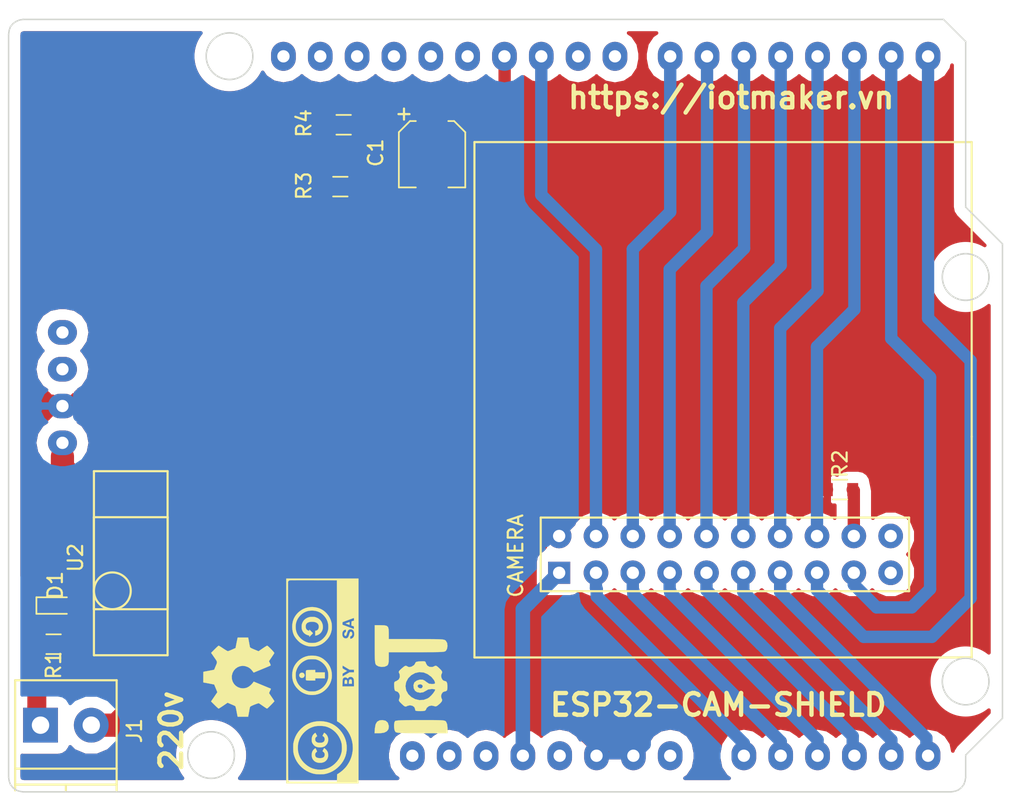
<source format=kicad_pcb>
(kicad_pcb (version 4) (host pcbnew 4.0.6-e0-6349~53~ubuntu16.04.1)
  (layers (0 F.Cu signal) (31 B.Cu signal) (34 B.Paste user) (35 F.Paste user) (36 B.SilkS user) (37 F.SilkS user) (38 B.Mask user) (39 F.Mask user) (44 Edge.Cuts user))
  (net 0 "")
  (net 1 "Net-(J1-Pad1)")
  (net 2 GND)
  (net 3 "Net-(R2-Pad2)")
  (net 4 "Net-(R3-Pad2)")
  (net 5 "Net-(S1-Pad1)")
  (net 6 "Net-(S1-Pad2)")
  (net 7 "Net-(S1-Pad3)")
  (net 8 3V3)
  (net 9 "Net-(S1-Pad5)")
  (net 10 "Net-(S1-Pad8)")
  (net 11 GPIO36)
  (net 12 GPIO39)
  (net 13 GPIO14)
  (net 14 GPIO12)
  (net 15 GPIO13)
  (net 16 GPIO15)
  (net 17 GPIO17)
  (net 18 GPIO02)
  (net 19 GPIO0)
  (net 20 GPIO04)
  (net 21 GPIO25)
  (net 22 GPIO26)
  (net 23 GPIO27)
  (net 24 "Net-(S1-Pad23)")
  (net 25 "Net-(S1-Pad24)")
  (net 26 GPIO23)
  (net 27 "Net-(S1-Pad29)")
  (net 28 "Net-(S1-Pad30)")
  (net 29 "Net-(S1-Pad31)")
  (net 30 "Net-(S1-Pad32)")
  (net 31 OLED4)
  (net 32 OLED3)
  (net 33 3V3/OLED1)
  (net 34 GPIO16)
  (net 35 "Net-(S1-Pad27)")
  (net 36 "Net-(S1-Pad28)")
  (net 37 GPIO05)
  (net 38 "Net-(D1-Pad1)")
  (net 39 "Net-(D1-Pad2)")
  (module footprint:CP817 (layer F.Cu) (at 102.743 115.189 90)
    (fp_text reference U2 (at 1.016 -8.89 90) (layer F.SilkS))
    (fp_text value PC817)
    (pad 1 smd rect (at -4.1 -6.35 90) (size 2.4 1.3) (layers F.Cu F.Paste F.Mask) (net 39 "Net-(D1-Pad2)"))
    (pad 2 smd trapezoid (at -4.1 -3.81 90) (size 2.4 1.3) (layers F.Cu F.Paste F.Mask) (net 38 "Net-(D1-Pad1)"))
    (pad 3 smd trapezoid (at 5.8 -3.81 90) (size 2.4 1.3) (layers F.Cu F.Paste F.Mask) (net 4 "Net-(R3-Pad2)"))
    (pad 4 smd trapezoid (at 5.8 -6.35 90) (size 2.4 1.3) (layers F.Cu F.Paste F.Mask) (net 33 3V3/OLED1))
  )
  (module Diodes_SMD:D_0603 (layer F.Cu) (at 92.456 117.475)
    (fp_text reference D1 (at 0 -1.4 90) (layer F.SilkS))
    (fp_text value LED)
    (pad 1 smd rect (at -0.95 0) (size 0.8 0.8) (layers F.Cu F.Paste F.Mask) (net 38 "Net-(D1-Pad1)"))
    (pad 2 smd rect (at 0.95 0) (size 0.8 0.8) (layers F.Cu F.Paste F.Mask) (net 39 "Net-(D1-Pad2)"))
  )
  (module Resistors_SMD:R_0603 (layer F.Cu) (at 92.341 120.142 180)
    (fp_text reference R1 (at 0 -1.45 270) (layer F.SilkS))
    (fp_text value 220K)
    (pad 1 smd rect (at -0.875 0 180) (size 0.75 0.9) (layers F.Cu F.Paste F.Mask) (net 39 "Net-(D1-Pad2)"))
    (pad 2 smd rect (at 0.875 0 180) (size 0.75 0.9) (layers F.Cu F.Paste F.Mask) (net 1 "Net-(J1-Pad1)"))
  )
  (module footprint:ESP-UNO-SH (layer F.Cu) (at 119.6213 102.4382)
    (fp_text reference S1 hide)
    (fp_text value ESP-UNO hide)
    (fp_line (start -16.51 23.749) (end -16.565561 23.753179) (layer Edge.Cuts) (width 0.1))
    (fp_line (start 37.212553 20.444304) (end 37.217445 20.388388) (layer Edge.Cuts) (width 0.1))
    (fp_line (start -15.073366 -24.473759) (end -15.12906 -24.475368) (layer Edge.Cuts) (width 0.1))
    (fp_line (start -16.683766 -23.343062) (end -16.699323 -23.28956) (layer Edge.Cuts) (width 0.1))
    (fp_line (start 37.212553 -7.464667) (end 37.217445 -7.520584) (layer Edge.Cuts) (width 0.1))
    (fp_line (start -15.203342 -21.260243) (end -15.147633 -21.259278) (layer Edge.Cuts) (width 0.1))
    (fp_line (start -15.650955 23.940603) (end -15.700393 23.914907) (layer Edge.Cuts) (width 0.1))
    (fp_line (start -16.724833 -23.181101) (end -16.734754 -23.126274) (layer Edge.Cuts) (width 0.1))
    (fp_line (start 34.032546 20.5717) (end 34.043732 20.626283) (layer Edge.Cuts) (width 0.1))
    (fp_line (start -15.29601 -24.468615) (end -15.351392 -24.462514) (layer Edge.Cuts) (width 0.1))
    (fp_line (start 34.157581 19.592862) (end 34.134781 19.643701) (layer Edge.Cuts) (width 0.1))
    (fp_line (start -16.504997 -22.005087) (end -16.47431 -21.958581) (layer Edge.Cuts) (width 0.1))
    (fp_line (start -16.742771 -23.071136) (end -16.748872 -23.015753) (layer Edge.Cuts) (width 0.1))
    (fp_line (start 37.125789 19.730091) (end 37.105962 19.67802) (layer Edge.Cuts) (width 0.1))
    (fp_line (start -17.514207 24.178611) (end -17.554282 24.21732) (layer Edge.Cuts) (width 0.1))
    (fp_line (start 37.159974 19.836135) (end 37.1438 19.782817) (layer Edge.Cuts) (width 0.1))
    (fp_line (start 35.963335 18.70668) (end 35.908751 18.695495) (layer Edge.Cuts) (width 0.1))
    (fp_line (start -15.351392 -24.462514) (end -15.40653 -24.454498) (layer Edge.Cuts) (width 0.1))
    (fp_line (start -13.915758 -21.833711) (end -13.880434 -21.877332) (layer Edge.Cuts) (width 0.1))
    (fp_line (start -13.60183 -22.424124) (end -13.587302 -22.478342) (layer Edge.Cuts) (width 0.1))
    (fp_line (start -13.587302 -22.478342) (end -13.574675 -22.533034) (layer Edge.Cuts) (width 0.1))
    (fp_line (start 34.364316 19.263241) (end 34.329974 19.307116) (layer Edge.Cuts) (width 0.1))
    (fp_line (start -13.910468 -23.894705) (end -13.946801 -23.936948) (layer Edge.Cuts) (width 0.1))
    (fp_line (start 36.946438 21.17545) (end 36.977009 21.128375) (layer Edge.Cuts) (width 0.1))
    (fp_line (start -17.247892 23.977499) (end -17.295094 24.007103) (layer Edge.Cuts) (width 0.1))
    (fp_line (start 34.134781 -8.265271) (end 34.113757 -8.213672) (layer Edge.Cuts) (width 0.1))
    (fp_line (start 35.19108 18.724522) (end 35.137579 18.740079) (layer Edge.Cuts) (width 0.1))
    (fp_line (start 34.388047 -6.591211) (end 34.424865 -6.549391) (layer Edge.Cuts) (width 0.1))
    (fp_line (start -15.700393 23.914907) (end -15.750693 23.890939) (layer Edge.Cuts) (width 0.1))
    (fp_line (start 34.208393 -8.415268) (end 34.182128 -8.366129) (layer Edge.Cuts) (width 0.1))
    (fp_line (start 37.124382 -7.082757) (end 37.142657 -7.13583) (layer Edge.Cuts) (width 0.1))
    (fp_line (start 34.265949 -8.510669) (end 34.236345 -8.463467) (layer Edge.Cuts) (width 0.1))
    (fp_line (start -13.7804 -23.713931) (end -13.810548 -23.760788) (layer Edge.Cuts) (width 0.1))
    (fp_line (start 34.007846 20.183396) (end 34.005594 20.239069) (layer Edge.Cuts) (width 0.1))
    (fp_line (start -16.067114 23.784886) (end -16.121697 23.7737) (layer Edge.Cuts) (width 0.1))
    (fp_line (start -14.442689 -21.422027) (end -14.392677 -21.44751) (layer Edge.Cuts) (width 0.1))
    (fp_line (start -16.676082 23.767297) (end -16.730909 23.777218) (layer Edge.Cuts) (width 0.1))
    (fp_line (start -17.215866 26.750157) (end -17.167034 26.776988) (layer Edge.Cuts) (width 0.1))
    (fp_line (start -16.398611 23.746427) (end -16.454328 23.746748) (layer Edge.Cuts) (width 0.1))
    (fp_line (start -16.442031 -21.913167) (end -16.408197 -21.868898) (layer Edge.Cuts) (width 0.1))
    (fp_line (start 36.176819 18.770096) (end 36.124304 18.751476) (layer Edge.Cuts) (width 0.1))
    (fp_line (start -15.959273 23.812893) (end -16.012951 23.797955) (layer Edge.Cuts) (width 0.1))
    (fp_line (start -13.617097 -23.360772) (end -13.635108 -23.413498) (layer Edge.Cuts) (width 0.1))
    (fp_line (start 37.221363 20.276212) (end 37.220397 20.220503) (layer Edge.Cuts) (width 0.1))
    (fp_line (start 37.220397 20.220503) (end 37.217503 20.16486) (layer Edge.Cuts) (width 0.1))
    (fp_line (start -17.986717 25.704489) (end -17.973647 25.758652) (layer Edge.Cuts) (width 0.1))
    (fp_line (start -17.794104 24.523711) (end -17.822056 24.57191) (layer Edge.Cuts) (width 0.1))
    (fp_line (start 36.475554 18.918848) (end 36.428013 18.88979) (layer Edge.Cuts) (width 0.1))
    (fp_line (start -15.676249 -24.386108) (end -15.728545 -24.366884) (layer Edge.Cuts) (width 0.1))
    (fp_line (start 35.798586 18.678828) (end 35.743137 18.673367) (layer Edge.Cuts) (width 0.1))
    (fp_line (start 34.3527 -6.634281) (end 34.388047 -6.591211) (layer Edge.Cuts) (width 0.1))
    (fp_line (start -16.699323 -23.28956) (end -16.713018 -23.235552) (layer Edge.Cuts) (width 0.1))
    (fp_line (start 34.088528 20.787252) (end 34.107147 20.839767) (layer Edge.Cuts) (width 0.1))
    (fp_line (start 34.157581 -8.31611) (end 34.134781 -8.265271) (layer Edge.Cuts) (width 0.1))
    (fp_line (start 36.880463 -6.642715) (end 36.914243 -6.687543) (layer Edge.Cuts) (width 0.1))
    (fp_line (start -16.734754 -23.126274) (end -16.742771 -23.071136) (layer Edge.Cuts) (width 0.1))
    (fp_line (start 34.236345 -8.463467) (end 34.208393 -8.415268) (layer Edge.Cuts) (width 0.1))
    (fp_line (start 36.880463 21.266257) (end 36.914243 21.221429) (layer Edge.Cuts) (width 0.1))
    (fp_line (start -15.554895 23.997054) (end -15.602436 23.967996) (layer Edge.Cuts) (width 0.1))
    (fp_line (start -14.797562 -24.436909) (end -14.852146 -24.448094) (layer Edge.Cuts) (width 0.1))
    (fp_line (start -18.018423 25.206041) (end -18.022602 25.261602) (layer Edge.Cuts) (width 0.1))
    (fp_line (start -16.666365 -23.395993) (end -16.683766 -23.343062) (layer Edge.Cuts) (width 0.1))
    (fp_line (start 34.674068 -6.327428) (end 34.719852 -6.295674) (layer Edge.Cuts) (width 0.1))
    (fp_line (start 36.279756 18.812734) (end 36.228657 18.790523) (layer Edge.Cuts) (width 0.1))
    (fp_line (start 37.084343 19.626667) (end 37.060958 19.576095) (layer Edge.Cuts) (width 0.1))
    (fp_line (start -18.02003 25.484291) (end -18.014569 25.53974) (layer Edge.Cuts) (width 0.1))
    (fp_line (start -16.717165 -22.517306) (end -16.704096 -22.463143) (layer Edge.Cuts) (width 0.1))
    (fp_line (start 35.227034 21.83724) (end 35.281344 21.849683) (layer Edge.Cuts) (width 0.1))
    (fp_line (start -17.994384 25.040693) (end -18.004306 25.095521) (layer Edge.Cuts) (width 0.1))
    (fp_line (start 35.613264 21.884311) (end 35.669386 21.883331) (layer Edge.Cuts) (width 0.1))
    (fp_line (start 35.669386 21.883331) (end 35.725439 21.880393) (layer Edge.Cuts) (width 0.1))
    (fp_line (start 35.725439 21.880393) (end 35.781356 21.875501) (layer Edge.Cuts) (width 0.1))
    (fp_line (start 35.781356 21.875501) (end 35.837068 21.868661) (layer Edge.Cuts) (width 0.1))
    (fp_line (start 35.837068 21.868661) (end 35.892507 21.85988) (layer Edge.Cuts) (width 0.1))
    (fp_line (start 35.892507 21.85988) (end 35.947607 21.84917) (layer Edge.Cuts) (width 0.1))
    (fp_line (start 35.947607 21.84917) (end 36.002298 21.836543) (layer Edge.Cuts) (width 0.1))
    (fp_line (start 36.002298 21.836543) (end 36.056516 21.822016) (layer Edge.Cuts) (width 0.1))
    (fp_line (start 36.056516 21.822016) (end 36.110194 21.805605) (layer Edge.Cuts) (width 0.1))
    (fp_line (start 36.110194 21.805605) (end 36.163266 21.787331) (layer Edge.Cuts) (width 0.1))
    (fp_line (start 36.163266 21.787331) (end 36.215668 21.767215) (layer Edge.Cuts) (width 0.1))
    (fp_line (start 36.215668 21.767215) (end 36.267337 21.745283) (layer Edge.Cuts) (width 0.1))
    (fp_line (start 36.267337 21.745283) (end 36.318208 21.721562) (layer Edge.Cuts) (width 0.1))
    (fp_line (start 36.318208 21.721562) (end 36.368221 21.696079) (layer Edge.Cuts) (width 0.1))
    (fp_line (start 36.368221 21.696079) (end 36.417313 21.668866) (layer Edge.Cuts) (width 0.1))
    (fp_line (start 36.417313 21.668866) (end 36.465426 21.639957) (layer Edge.Cuts) (width 0.1))
    (fp_line (start 36.465426 21.639957) (end 36.512501 21.609386) (layer Edge.Cuts) (width 0.1))
    (fp_line (start 36.512501 21.609386) (end 36.558481 21.577191) (layer Edge.Cuts) (width 0.1))
    (fp_line (start 36.558481 21.577191) (end 36.603308 21.543411) (layer Edge.Cuts) (width 0.1))
    (fp_line (start 37.186222 20.610555) (end 37.196932 20.555456) (layer Edge.Cuts) (width 0.1))
    (fp_line (start 36.808314 21.35224) (end 36.845139 21.309878) (layer Edge.Cuts) (width 0.1))
    (fp_line (start -15.300105 26.511187) (end -15.260415 26.471497) (layer Edge.Cuts) (width 0.1))
    (fp_line (start 35.173187 21.822923) (end 35.227034 21.83724) (layer Edge.Cuts) (width 0.1))
    (fp_line (start -15.184777 -24.475046) (end -15.240449 -24.472794) (layer Edge.Cuts) (width 0.1))
    (fp_line (start 36.379494 18.862397) (end 36.330055 18.836701) (layer Edge.Cuts) (width 0.1))
    (fp_line (start 34.329974 -8.601856) (end 34.297172 -8.556817) (layer Edge.Cuts) (width 0.1))
    (fp_line (start 34.226842 -6.818011) (end 34.2559 -6.77047) (layer Edge.Cuts) (width 0.1))
    (fp_line (start 34.005273 20.294785) (end 34.006881 20.35048) (layer Edge.Cuts) (width 0.1))
    (fp_line (start 37.197289 19.999002) (end 37.186735 19.944293) (layer Edge.Cuts) (width 0.1))
    (fp_line (start 35.908751 -9.213477) (end 35.853813 -9.222765) (layer Edge.Cuts) (width 0.1))
    (fp_line (start 36.417313 -6.240105) (end 36.465426 -6.269015) (layer Edge.Cuts) (width 0.1))
    (fp_line (start 37.082335 -6.978687) (end 37.104267 -7.030355) (layer Edge.Cuts) (width 0.1))
    (fp_line (start 36.603308 -6.365561) (end 36.64693 -6.400885) (layer Edge.Cuts) (width 0.1))
    (fp_line (start 36.770033 -6.51568) (end 36.808314 -6.556732) (layer Edge.Cuts) (width 0.1))
    (fp_line (start 37.205713 -7.408955) (end 37.212553 -7.464667) (layer Edge.Cuts) (width 0.1))
    (fp_line (start 36.977009 -6.780597) (end 37.005918 -6.82871) (layer Edge.Cuts) (width 0.1))
    (fp_line (start -17.567339 26.478306) (end -17.527714 26.517476) (layer Edge.Cuts) (width 0.1))
    (fp_line (start 35.015072 21.76891) (end 35.067142 21.788737) (layer Edge.Cuts) (width 0.1))
    (fp_line (start 34.437457 -8.729782) (end 34.400158 -8.68839) (layer Edge.Cuts) (width 0.1))
    (fp_line (start -16.737639 -22.626827) (end -16.728351 -22.571889) (layer Edge.Cuts) (width 0.1))
    (fp_line (start 37.058613 -6.927816) (end 37.082335 -6.978687) (layer Edge.Cuts) (width 0.1))
    (fp_line (start -14.907084 -24.457382) (end -14.962311 -24.464761) (layer Edge.Cuts) (width 0.1))
    (fp_line (start 34.023259 -7.39221) (end 34.032546 -7.337272) (layer Edge.Cuts) (width 0.1))
    (fp_line (start 36.946438 -6.733522) (end 36.977009 -6.780597) (layer Edge.Cuts) (width 0.1))
    (fp_line (start 37.196932 -7.353516) (end 37.205713 -7.408955) (layer Edge.Cuts) (width 0.1))
    (fp_line (start -16.603316 -23.550727) (end -16.626116 -23.499887) (layer Edge.Cuts) (width 0.1))
    (fp_line (start -14.856853 25.743452) (end -14.844227 25.68876) (layer Edge.Cuts) (width 0.1))
    (fp_line (start 34.032546 -7.337272) (end 34.043732 -7.282689) (layer Edge.Cuts) (width 0.1))
    (fp_line (start 35.281344 21.849683) (end 35.336053 21.860237) (layer Edge.Cuts) (width 0.1))
    (fp_line (start 36.808314 -6.556732) (end 36.845139 -6.599094) (layer Edge.Cuts) (width 0.1))
    (fp_line (start 37.005918 -6.82871) (end 37.033131 -6.877803) (layer Edge.Cuts) (width 0.1))
    (fp_line (start 34.199449 -6.86653) (end 34.226842 -6.818011) (layer Edge.Cuts) (width 0.1))
    (fp_line (start 34.329974 19.307116) (end 34.297172 19.352155) (layer Edge.Cuts) (width 0.1))
    (fp_line (start 37.217445 -7.520584) (end 37.220383 -7.576638) (layer Edge.Cuts) (width 0.1))
    (fp_line (start 35.464887 -9.233998) (end 35.409505 -9.227897) (layer Edge.Cuts) (width 0.1))
    (fp_line (start -15.01776 -24.470222) (end -15.073366 -24.473759) (layer Edge.Cuts) (width 0.1))
    (fp_line (start -15.18531 26.388084) (end -15.149986 26.344462) (layer Edge.Cuts) (width 0.1))
    (fp_line (start 35.798586 -9.230144) (end 35.743137 -9.235605) (layer Edge.Cuts) (width 0.1))
    (fp_line (start 37.186222 -7.298417) (end 37.196932 -7.353516) (layer Edge.Cuts) (width 0.1))
    (fp_line (start 36.558481 -6.331781) (end 36.603308 -6.365561) (layer Edge.Cuts) (width 0.1))
    (fp_line (start 36.689292 -6.437709) (end 36.730343 -6.47599) (layer Edge.Cuts) (width 0.1))
    (fp_line (start 36.465426 -6.269015) (end 36.512501 -6.299585) (layer Edge.Cuts) (width 0.1))
    (fp_line (start 36.512501 -6.299585) (end 36.558481 -6.331781) (layer Edge.Cuts) (width 0.1))
    (fp_line (start 36.64693 -6.400885) (end 36.689292 -6.437709) (layer Edge.Cuts) (width 0.1))
    (fp_line (start 36.730343 -6.47599) (end 36.770033 -6.51568) (layer Edge.Cuts) (width 0.1))
    (fp_line (start -15.116206 26.299634) (end -15.08401 26.253655) (layer Edge.Cuts) (width 0.1))
    (fp_line (start -13.543452 -22.755201) (end -13.540514 -22.811255) (layer Edge.Cuts) (width 0.1))
    (fp_line (start -13.539535 -22.867376) (end -13.5405 -22.923086) (layer Edge.Cuts) (width 0.1))
    (fp_line (start 34.585935 -6.395595) (end 34.629411 -6.360748) (layer Edge.Cuts) (width 0.1))
    (fp_line (start -15.12906 -24.475368) (end -15.184777 -24.475046) (layer Edge.Cuts) (width 0.1))
    (fp_line (start 35.336053 21.860237) (end 35.391095 21.86889) (layer Edge.Cuts) (width 0.1))
    (fp_line (start 34.476167 -8.769857) (end 34.437457 -8.729782) (layer Edge.Cuts) (width 0.1))
    (fp_line (start 34.364316 -8.645731) (end 34.329974 -8.601856) (layer Edge.Cuts) (width 0.1))
    (fp_line (start -15.240449 -24.472794) (end -15.29601 -24.468615) (layer Edge.Cuts) (width 0.1))
    (fp_line (start -13.540514 -22.811255) (end -13.539535 -22.867376) (layer Edge.Cuts) (width 0.1))
    (fp_line (start -14.202417 -21.566397) (end -14.157589 -21.600178) (layer Edge.Cuts) (width 0.1))
    (fp_line (start -16.713018 -23.235552) (end -16.724833 -23.181101) (layer Edge.Cuts) (width 0.1))
    (fp_line (start 34.585935 21.513377) (end 34.629411 21.548224) (layer Edge.Cuts) (width 0.1))
    (fp_line (start -13.563965 -22.588133) (end -13.555185 -22.643572) (layer Edge.Cuts) (width 0.1))
    (fp_line (start -14.906066 25.90442) (end -14.887792 25.851348) (layer Edge.Cuts) (width 0.1))
    (fp_line (start -13.880434 -21.877332) (end -13.846654 -21.92216) (layer Edge.Cuts) (width 0.1))
    (fp_line (start -15.897483 -21.444806) (end -15.847751 -21.419683) (layer Edge.Cuts) (width 0.1))
    (fp_line (start -15.994188 -21.500144) (end -15.946315 -21.471637) (layer Edge.Cuts) (width 0.1))
    (fp_line (start -13.984575 -23.977906) (end -14.023745 -24.017531) (layer Edge.Cuts) (width 0.1))
    (fp_line (start 35.743137 18.673367) (end 35.687532 18.66983) (layer Edge.Cuts) (width 0.1))
    (fp_line (start 34.830756 18.871341) (end 34.782557 18.899293) (layer Edge.Cuts) (width 0.1))
    (fp_line (start -17.527714 26.517476) (end -17.486756 26.55525) (layer Edge.Cuts) (width 0.1))
    (fp_line (start -17.997902 25.649905) (end -17.986717 25.704489) (layer Edge.Cuts) (width 0.1))
    (fp_line (start -13.574675 -22.533034) (end -13.563965 -22.588133) (layer Edge.Cuts) (width 0.1))
    (fp_line (start 36.228657 18.790523) (end 36.176819 18.770096) (layer Edge.Cuts) (width 0.1))
    (fp_line (start 36.64693 21.508087) (end 36.689292 21.471262) (layer Edge.Cuts) (width 0.1))
    (fp_line (start 34.01588 -7.447437) (end 34.023259 -7.39221) (layer Edge.Cuts) (width 0.1))
    (fp_line (start -16.041045 -21.530291) (end -15.994188 -21.500144) (layer Edge.Cuts) (width 0.1))
    (fp_line (start -17.968875 24.932234) (end -17.982569 24.986243) (layer Edge.Cuts) (width 0.1))
    (fp_line (start 34.208393 19.493704) (end 34.182128 19.542843) (layer Edge.Cuts) (width 0.1))
    (fp_line (start -15.780144 -24.345859) (end -15.830983 -24.32306) (layer Edge.Cuts) (width 0.1))
    (fp_line (start -15.149986 26.344462) (end -15.116206 26.299634) (layer Edge.Cuts) (width 0.1))
    (fp_line (start 35.520448 18.670794) (end 35.464887 18.674973) (layer Edge.Cuts) (width 0.1))
    (fp_line (start 36.124304 18.751476) (end 36.071176 18.734688) (layer Edge.Cuts) (width 0.1))
    (fp_line (start 34.010418 -7.502887) (end 34.01588 -7.447437) (layer Edge.Cuts) (width 0.1))
    (fp_line (start 34.400158 -8.68839) (end 34.364316 -8.645731) (layer Edge.Cuts) (width 0.1))
    (fp_line (start -15.418706 24.093854) (end -15.462975 24.06002) (layer Edge.Cuts) (width 0.1))
    (fp_line (start 37.142657 20.773142) (end 37.159068 20.719464) (layer Edge.Cuts) (width 0.1))
    (fp_line (start 34.689207 18.96012) (end 34.644168 18.992922) (layer Edge.Cuts) (width 0.1))
    (fp_line (start -14.743399 -24.423839) (end -14.797562 -24.436909) (layer Edge.Cuts) (width 0.1))
    (fp_line (start 37.159068 20.719464) (end 37.173595 20.665247) (layer Edge.Cuts) (width 0.1))
    (fp_line (start 34.061574 19.854029) (end 34.04788 19.908037) (layer Edge.Cuts) (width 0.1))
    (fp_line (start 34.006881 -7.558492) (end 34.010418 -7.502887) (layer Edge.Cuts) (width 0.1))
    (fp_line (start 34.005273 -7.614187) (end 34.006881 -7.558492) (layer Edge.Cuts) (width 0.1))
    (fp_line (start -16.086829 -21.562044) (end -16.041045 -21.530291) (layer Edge.Cuts) (width 0.1))
    (fp_line (start -16.584045 26.953836) (end -16.528536 26.958657) (layer Edge.Cuts) (width 0.1))
    (fp_line (start -15.750693 23.890939) (end -15.801792 23.868728) (layer Edge.Cuts) (width 0.1))
    (fp_line (start -17.880663 26.02091) (end -17.856695 26.071209) (layer Edge.Cuts) (width 0.1))
    (fp_line (start 34.043732 20.626283) (end 34.056801 20.680446) (layer Edge.Cuts) (width 0.1))
    (fp_line (start -15.85363 23.848301) (end -15.906145 23.829682) (layer Edge.Cuts) (width 0.1))
    (fp_line (start 35.29954 18.699013) (end 35.245089 18.710828) (layer Edge.Cuts) (width 0.1))
    (fp_line (start 34.388047 21.317761) (end 34.424865 21.359581) (layer Edge.Cuts) (width 0.1))
    (fp_line (start 36.689292 21.471262) (end 36.730343 21.432982) (layer Edge.Cuts) (width 0.1))
    (fp_line (start -16.176635 23.764412) (end -16.231862 23.757034) (layer Edge.Cuts) (width 0.1))
    (fp_line (start -16.745018 -22.682054) (end -16.737639 -22.626827) (layer Edge.Cuts) (width 0.1))
    (fp_line (start 34.600293 -8.881707) (end 34.557634 -8.845865) (layer Edge.Cuts) (width 0.1))
    (fp_line (start -15.02453 26.158467) (end -14.997318 26.109374) (layer Edge.Cuts) (width 0.1))
    (fp_line (start 34.543693 -6.431927) (end 34.585935 -6.395595) (layer Edge.Cuts) (width 0.1))
    (fp_line (start -17.902874 25.969811) (end -17.880663 26.02091) (layer Edge.Cuts) (width 0.1))
    (fp_line (start -16.131486 -21.595365) (end -16.086829 -21.562044) (layer Edge.Cuts) (width 0.1))
    (fp_line (start -16.454328 23.746748) (end -16.51 23.749) (layer Edge.Cuts) (width 0.1))
    (fp_line (start 34.173753 20.993003) (end 34.199449 21.042442) (layer Edge.Cuts) (width 0.1))
    (fp_line (start -15.58771 -21.320666) (end -15.533863 -21.306349) (layer Edge.Cuts) (width 0.1))
    (fp_line (start 37.104267 20.878617) (end 37.124382 20.826214) (layer Edge.Cuts) (width 0.1))
    (fp_line (start -16.803415 26.915445) (end -16.749104 26.927889) (layer Edge.Cuts) (width 0.1))
    (fp_line (start -14.113967 -21.635502) (end -14.071605 -21.672326) (layer Edge.Cuts) (width 0.1))
    (fp_line (start 34.107147 20.839767) (end 34.127575 20.891605) (layer Edge.Cuts) (width 0.1))
    (fp_line (start 34.644168 -8.91605) (end 34.600293 -8.881707) (layer Edge.Cuts) (width 0.1))
    (fp_line (start -13.574162 -23.199296) (end -13.586606 -23.253607) (layer Edge.Cuts) (width 0.1))
    (fp_line (start -17.803606 26.169167) (end -17.774549 26.216707) (layer Edge.Cuts) (width 0.1))
    (fp_line (start -14.343584 -21.474722) (end -14.295471 -21.503632) (layer Edge.Cuts) (width 0.1))
    (fp_line (start -15.881003 -24.298513) (end -15.930141 -24.272247) (layer Edge.Cuts) (width 0.1))
    (fp_line (start 36.017498 18.71975) (end 35.963335 18.70668) (layer Edge.Cuts) (width 0.1))
    (fp_line (start -16.408197 -21.868898) (end -16.37285 -21.825827) (layer Edge.Cuts) (width 0.1))
    (fp_line (start 34.01588 20.461534) (end 34.023259 20.516761) (layer Edge.Cuts) (width 0.1))
    (fp_line (start -16.258163 -21.704318) (end -16.217204 -21.666544) (layer Edge.Cuts) (width 0.1))
    (fp_line (start -18.00719 25.594967) (end -17.997902 25.649905) (layer Edge.Cuts) (width 0.1))
    (fp_line (start 34.3527 21.274691) (end 34.388047 21.317761) (layer Edge.Cuts) (width 0.1))
    (fp_line (start -15.258985 -21.263138) (end -15.203342 -21.260243) (layer Edge.Cuts) (width 0.1))
    (fp_line (start -14.871381 25.79767) (end -14.856853 25.743452) (layer Edge.Cuts) (width 0.1))
    (fp_line (start -14.948113 26.00849) (end -14.926182 25.956822) (layer Edge.Cuts) (width 0.1))
    (fp_line (start -16.217204 -21.666544) (end -16.174962 -21.630212) (layer Edge.Cuts) (width 0.1))
    (fp_line (start 34.782557 18.899293) (end 34.735355 18.928898) (layer Edge.Cuts) (width 0.1))
    (fp_line (start -16.945801 23.835686) (end -16.998097 23.854911) (layer Edge.Cuts) (width 0.1))
    (fp_line (start -16.297788 -21.743488) (end -16.258163 -21.704318) (layer Edge.Cuts) (width 0.1))
    (fp_line (start 35.015072 -6.140062) (end 35.067142 -6.120235) (layer Edge.Cuts) (width 0.1))
    (fp_line (start 34.007846 -7.725575) (end 34.005594 -7.669903) (layer Edge.Cuts) (width 0.1))
    (fp_line (start -13.842301 -23.806573) (end -13.875621 -23.851229) (layer Edge.Cuts) (width 0.1))
    (fp_line (start 34.056801 20.680446) (end 34.071739 20.734124) (layer Edge.Cuts) (width 0.1))
    (fp_line (start -16.633323 -22.251984) (end -16.611112 -22.200884) (layer Edge.Cuts) (width 0.1))
    (fp_line (start 36.330055 18.836701) (end 36.279756 18.812734) (layer Edge.Cuts) (width 0.1))
    (fp_line (start -15.830983 -24.32306) (end -15.881003 -24.298513) (layer Edge.Cuts) (width 0.1))
    (fp_line (start -15.623319 -24.403509) (end -15.676249 -24.386108) (layer Edge.Cuts) (width 0.1))
    (fp_line (start 34.061574 -8.054943) (end 34.04788 -8.000935) (layer Edge.Cuts) (width 0.1))
    (fp_line (start 34.04788 19.908037) (end 34.036065 19.962488) (layer Edge.Cuts) (width 0.1))
    (fp_line (start -14.810066 25.41054) (end -14.809086 25.354418) (layer Edge.Cuts) (width 0.1))
    (fp_line (start -17.066729 26.825497) (end -17.015377 26.847116) (layer Edge.Cuts) (width 0.1))
    (fp_line (start 34.182128 19.542843) (end 34.157581 19.592862) (layer Edge.Cuts) (width 0.1))
    (fp_line (start 34.026143 20.017315) (end 34.018127 20.072453) (layer Edge.Cuts) (width 0.1))
    (fp_line (start -17.167034 26.776988) (end -17.117302 26.802111) (layer Edge.Cuts) (width 0.1))
    (fp_line (start -16.754016 -22.793109) (end -16.750479 -22.737504) (layer Edge.Cuts) (width 0.1))
    (fp_line (start -14.809086 25.354418) (end -14.810051 25.298709) (layer Edge.Cuts) (width 0.1))
    (fp_line (start -14.810051 25.298709) (end -14.812946 25.243066) (layer Edge.Cuts) (width 0.1))
    (fp_line (start -14.812946 25.243066) (end -14.817766 25.187557) (layer Edge.Cuts) (width 0.1))
    (fp_line (start -14.817766 25.187557) (end -14.824507 25.132249) (layer Edge.Cuts) (width 0.1))
    (fp_line (start -14.824507 25.132249) (end -14.83316 25.077207) (layer Edge.Cuts) (width 0.1))
    (fp_line (start -14.83316 25.077207) (end -14.843714 25.022498) (layer Edge.Cuts) (width 0.1))
    (fp_line (start -14.843714 25.022498) (end -14.856157 24.968188) (layer Edge.Cuts) (width 0.1))
    (fp_line (start -14.856157 24.968188) (end -14.870474 24.914341) (layer Edge.Cuts) (width 0.1))
    (fp_line (start -14.870474 24.914341) (end -14.886648 24.861022) (layer Edge.Cuts) (width 0.1))
    (fp_line (start -14.886648 24.861022) (end -14.90466 24.808296) (layer Edge.Cuts) (width 0.1))
    (fp_line (start -14.90466 24.808296) (end -14.924487 24.756226) (layer Edge.Cuts) (width 0.1))
    (fp_line (start -14.924487 24.756226) (end -14.946106 24.704873) (layer Edge.Cuts) (width 0.1))
    (fp_line (start -14.946106 24.704873) (end -14.969491 24.6543) (layer Edge.Cuts) (width 0.1))
    (fp_line (start -14.969491 24.6543) (end -14.994614 24.604568) (layer Edge.Cuts) (width 0.1))
    (fp_line (start -14.994614 24.604568) (end -15.021445 24.555736) (layer Edge.Cuts) (width 0.1))
    (fp_line (start -15.021445 24.555736) (end -15.049952 24.507863) (layer Edge.Cuts) (width 0.1))
    (fp_line (start -15.049952 24.507863) (end -15.080099 24.461006) (layer Edge.Cuts) (width 0.1))
    (fp_line (start -15.080099 24.461006) (end -15.111853 24.415222) (layer Edge.Cuts) (width 0.1))
    (fp_line (start -15.111853 24.415222) (end -15.145173 24.370565) (layer Edge.Cuts) (width 0.1))
    (fp_line (start -15.145173 24.370565) (end -15.18002 24.327089) (layer Edge.Cuts) (width 0.1))
    (fp_line (start -15.18002 24.327089) (end -15.216352 24.284847) (layer Edge.Cuts) (width 0.1))
    (fp_line (start -15.216352 24.284847) (end -15.254126 24.243888) (layer Edge.Cuts) (width 0.1))
    (fp_line (start -15.254126 24.243888) (end -15.293296 24.204263) (layer Edge.Cuts) (width 0.1))
    (fp_line (start 34.502735 21.439271) (end 34.543693 21.477045) (layer Edge.Cuts) (width 0.1))
    (fp_line (start -17.743862 26.263213) (end -17.711582 26.308627) (layer Edge.Cuts) (width 0.1))
    (fp_line (start 37.033131 21.031169) (end 37.058613 20.981156) (layer Edge.Cuts) (width 0.1))
    (fp_line (start 34.297172 19.352155) (end 34.265949 19.398303) (layer Edge.Cuts) (width 0.1))
    (fp_line (start 34.863414 21.698783) (end 34.913147 21.723906) (layer Edge.Cuts) (width 0.1))
    (fp_line (start 37.220383 20.332334) (end 37.221363 20.276212) (layer Edge.Cuts) (width 0.1))
    (fp_line (start -15.515808 -24.432761) (end -15.569817 -24.419067) (layer Edge.Cuts) (width 0.1))
    (fp_line (start 35.067142 -6.120235) (end 35.119869 -6.102223) (layer Edge.Cuts) (width 0.1))
    (fp_line (start -18.022602 25.261602) (end -18.024854 25.317274) (layer Edge.Cuts) (width 0.1))
    (fp_line (start -16.755624 -22.848803) (end -16.754016 -22.793109) (layer Edge.Cuts) (width 0.1))
    (fp_line (start -15.461358 -24.444576) (end -15.515808 -24.432761) (layer Edge.Cuts) (width 0.1))
    (fp_line (start 34.963719 21.747291) (end 35.015072 21.76891) (layer Edge.Cuts) (width 0.1))
    (fp_line (start 34.071739 20.734124) (end 34.088528 20.787252) (layer Edge.Cuts) (width 0.1))
    (fp_line (start -16.750479 -22.737504) (end -16.745018 -22.682054) (layer Edge.Cuts) (width 0.1))
    (fp_line (start -14.824736 25.578222) (end -14.817895 25.52251) (layer Edge.Cuts) (width 0.1))
    (fp_line (start -16.963306 26.866943) (end -16.91058 26.884954) (layer Edge.Cuts) (width 0.1))
    (fp_line (start -15.40653 -24.454498) (end -15.461358 -24.444576) (layer Edge.Cuts) (width 0.1))
    (fp_line (start 34.318866 -6.67855) (end 34.3527 -6.634281) (layer Edge.Cuts) (width 0.1))
    (fp_line (start -16.755303 -22.90452) (end -16.755624 -22.848803) (layer Edge.Cuts) (width 0.1))
    (fp_line (start 36.730343 21.432982) (end 36.770033 21.393291) (layer Edge.Cuts) (width 0.1))
    (fp_line (start 35.446404 21.87563) (end 35.501912 21.880451) (layer Edge.Cuts) (width 0.1))
    (fp_line (start -17.700475 24.385322) (end -17.733277 24.430361) (layer Edge.Cuts) (width 0.1))
    (fp_line (start 35.354367 18.689091) (end 35.29954 18.699013) (layer Edge.Cuts) (width 0.1))
    (fp_line (start -15.222134 26.430446) (end -15.18531 26.388084) (layer Edge.Cuts) (width 0.1))
    (fp_line (start -15.613135 26.747072) (end -15.565022 26.718163) (layer Edge.Cuts) (width 0.1))
    (fp_line (start 34.814582 -6.23702) (end 34.863414 -6.210189) (layer Edge.Cuts) (width 0.1))
    (fp_line (start -18.014569 25.53974) (end -18.00719 25.594967) (layer Edge.Cuts) (width 0.1))
    (fp_line (start -17.774549 26.216707) (end -17.743862 26.263213) (layer Edge.Cuts) (width 0.1))
    (fp_line (start -16.121697 23.7737) (end -16.176635 23.764412) (layer Edge.Cuts) (width 0.1))
    (fp_line (start 37.105962 19.67802) (end 37.084343 19.626667) (layer Edge.Cuts) (width 0.1))
    (fp_line (start 34.113757 -8.213672) (end 34.094532 -8.161376) (layer Edge.Cuts) (width 0.1))
    (fp_line (start -15.42714 26.621617) (end -15.383519 26.586293) (layer Edge.Cuts) (width 0.1))
    (fp_line (start -16.336032 -21.784007) (end -16.297788 -21.743488) (layer Edge.Cuts) (width 0.1))
    (fp_line (start -17.63029 24.298787) (end -17.666132 24.341447) (layer Edge.Cuts) (width 0.1))
    (fp_line (start 35.227034 -6.071732) (end 35.281344 -6.059289) (layer Edge.Cuts) (width 0.1))
    (fp_line (start -16.753051 -22.960192) (end -16.755303 -22.90452) (layer Edge.Cuts) (width 0.1))
    (fp_line (start -15.462975 24.06002) (end -15.508389 24.027741) (layer Edge.Cuts) (width 0.1))
    (fp_line (start -16.524552 -23.698084) (end -16.552504 -23.649884) (layer Edge.Cuts) (width 0.1))
    (fp_line (start 36.914243 21.221429) (end 36.946438 21.17545) (layer Edge.Cuts) (width 0.1))
    (fp_line (start -17.677748 26.352897) (end -17.642402 26.395967) (layer Edge.Cuts) (width 0.1))
    (fp_line (start 37.082335 20.930285) (end 37.104267 20.878617) (layer Edge.Cuts) (width 0.1))
    (fp_line (start -15.693755 -21.354851) (end -15.641029 -21.33684) (layer Edge.Cuts) (width 0.1))
    (fp_line (start -14.704381 -21.321573) (end -14.650703 -21.337984) (layer Edge.Cuts) (width 0.1))
    (fp_line (start 37.220383 -7.576638) (end 37.221363 -7.63276) (layer Edge.Cuts) (width 0.1))
    (fp_line (start -15.847751 -21.419683) (end -15.797178 -21.396298) (layer Edge.Cuts) (width 0.1))
    (fp_line (start -13.846654 -21.92216) (end -13.814459 -21.968139) (layer Edge.Cuts) (width 0.1))
    (fp_line (start -16.672369 -22.356337) (end -16.65375 -22.303822) (layer Edge.Cuts) (width 0.1))
    (fp_line (start -14.030554 -21.710607) (end -13.990864 -21.750297) (layer Edge.Cuts) (width 0.1))
    (fp_line (start -15.946315 -21.471637) (end -15.897483 -21.444806) (layer Edge.Cuts) (width 0.1))
    (fp_line (start -13.783888 -22.015214) (end -13.754979 -22.063327) (layer Edge.Cuts) (width 0.1))
    (fp_line (start -15.569817 -24.419067) (end -15.623319 -24.403509) (layer Edge.Cuts) (width 0.1))
    (fp_line (start -16.748872 -23.015753) (end -16.753051 -22.960192) (layer Edge.Cuts) (width 0.1))
    (fp_line (start -14.689721 -24.408901) (end -14.743399 -24.423839) (layer Edge.Cuts) (width 0.1))
    (fp_line (start -14.923829 -21.274928) (end -14.86839 -21.283709) (layer Edge.Cuts) (width 0.1))
    (fp_line (start -13.5405 -22.923086) (end -13.543395 -22.978728) (layer Edge.Cuts) (width 0.1))
    (fp_line (start -16.561448 -22.101147) (end -16.534055 -22.052628) (layer Edge.Cuts) (width 0.1))
    (fp_line (start -13.676554 -23.516921) (end -13.69994 -23.567494) (layer Edge.Cuts) (width 0.1))
    (fp_line (start -13.548215 -23.034237) (end -13.554956 -23.089545) (layer Edge.Cuts) (width 0.1))
    (fp_line (start -16.534055 -22.052628) (end -16.504997 -22.005087) (layer Edge.Cuts) (width 0.1))
    (fp_line (start -16.494948 -23.745286) (end -16.524552 -23.698084) (layer Edge.Cuts) (width 0.1))
    (fp_line (start -15.147633 -21.259278) (end -15.091511 -21.260258) (layer Edge.Cuts) (width 0.1))
    (fp_line (start -16.689158 -22.409465) (end -16.672369 -22.356337) (layer Edge.Cuts) (width 0.1))
    (fp_line (start -14.636593 -24.392112) (end -14.689721 -24.408901) (layer Edge.Cuts) (width 0.1))
    (fp_line (start -16.463726 -23.791434) (end -16.494948 -23.745286) (layer Edge.Cuts) (width 0.1))
    (fp_line (start -14.584079 -24.373493) (end -14.636593 -24.392112) (layer Edge.Cuts) (width 0.1))
    (fp_line (start -17.554282 24.21732) (end -17.592992 24.257395) (layer Edge.Cuts) (width 0.1))
    (fp_line (start -14.979541 -21.268087) (end -14.923829 -21.274928) (layer Edge.Cuts) (width 0.1))
    (fp_line (start 35.084648 18.75748) (end 35.032352 18.776705) (layer Edge.Cuts) (width 0.1))
    (fp_line (start -16.430924 -23.836472) (end -16.463726 -23.791434) (layer Edge.Cuts) (width 0.1))
    (fp_line (start 34.199449 21.042442) (end 34.226842 21.090961) (layer Edge.Cuts) (width 0.1))
    (fp_line (start -15.091511 -21.260258) (end -15.035458 -21.263195) (layer Edge.Cuts) (width 0.1))
    (fp_line (start 37.221363 -7.63276) (end 37.220397 -7.688469) (layer Edge.Cuts) (width 0.1))
    (fp_line (start 37.220397 -7.688469) (end 37.217503 -7.744111) (layer Edge.Cuts) (width 0.1))
    (fp_line (start 37.217503 -7.744111) (end 37.212682 -7.79962) (layer Edge.Cuts) (width 0.1))
    (fp_line (start 37.212682 -7.79962) (end 37.205942 -7.854929) (layer Edge.Cuts) (width 0.1))
    (fp_line (start 37.205942 -7.854929) (end 37.197289 -7.90997) (layer Edge.Cuts) (width 0.1))
    (fp_line (start 37.197289 -7.90997) (end 37.186735 -7.964679) (layer Edge.Cuts) (width 0.1))
    (fp_line (start 37.186735 -7.964679) (end 37.174292 -8.01899) (layer Edge.Cuts) (width 0.1))
    (fp_line (start 37.174292 -8.01899) (end 37.159974 -8.072837) (layer Edge.Cuts) (width 0.1))
    (fp_line (start 37.159974 -8.072837) (end 37.1438 -8.126155) (layer Edge.Cuts) (width 0.1))
    (fp_line (start 37.1438 -8.126155) (end 37.125789 -8.178881) (layer Edge.Cuts) (width 0.1))
    (fp_line (start 37.125789 -8.178881) (end 37.105962 -8.230952) (layer Edge.Cuts) (width 0.1))
    (fp_line (start 37.105962 -8.230952) (end 37.084343 -8.282304) (layer Edge.Cuts) (width 0.1))
    (fp_line (start 37.084343 -8.282304) (end 37.060958 -8.332877) (layer Edge.Cuts) (width 0.1))
    (fp_line (start 37.060958 -8.332877) (end 37.035834 -8.382609) (layer Edge.Cuts) (width 0.1))
    (fp_line (start 37.035834 -8.382609) (end 37.009003 -8.431441) (layer Edge.Cuts) (width 0.1))
    (fp_line (start 37.009003 -8.431441) (end 36.980497 -8.479314) (layer Edge.Cuts) (width 0.1))
    (fp_line (start 36.980497 -8.479314) (end 36.950349 -8.526171) (layer Edge.Cuts) (width 0.1))
    (fp_line (start 36.950349 -8.526171) (end 36.918596 -8.571956) (layer Edge.Cuts) (width 0.1))
    (fp_line (start 36.918596 -8.571956) (end 36.885276 -8.616612) (layer Edge.Cuts) (width 0.1))
    (fp_line (start 36.885276 -8.616612) (end 36.850429 -8.660088) (layer Edge.Cuts) (width 0.1))
    (fp_line (start 36.850429 -8.660088) (end 36.814097 -8.702331) (layer Edge.Cuts) (width 0.1))
    (fp_line (start 36.814097 -8.702331) (end 36.776323 -8.743289) (layer Edge.Cuts) (width 0.1))
    (fp_line (start 36.776323 -8.743289) (end 36.737152 -8.782914) (layer Edge.Cuts) (width 0.1))
    (fp_line (start 36.737152 -8.782914) (end 36.696633 -8.821159) (layer Edge.Cuts) (width 0.1))
    (fp_line (start 36.696633 -8.821159) (end 36.654813 -8.857977) (layer Edge.Cuts) (width 0.1))
    (fp_line (start 36.654813 -8.857977) (end 36.611743 -8.893323) (layer Edge.Cuts) (width 0.1))
    (fp_line (start 36.611743 -8.893323) (end 36.567474 -8.927157) (layer Edge.Cuts) (width 0.1))
    (fp_line (start 36.567474 -8.927157) (end 36.522059 -8.959437) (layer Edge.Cuts) (width 0.1))
    (fp_line (start 36.522059 -8.959437) (end 36.475554 -8.990124) (layer Edge.Cuts) (width 0.1))
    (fp_line (start 36.475554 -8.990124) (end 36.428013 -9.019181) (layer Edge.Cuts) (width 0.1))
    (fp_line (start 36.428013 -9.019181) (end 36.379494 -9.046575) (layer Edge.Cuts) (width 0.1))
    (fp_line (start 36.379494 -9.046575) (end 36.330055 -9.07227) (layer Edge.Cuts) (width 0.1))
    (fp_line (start 36.330055 -9.07227) (end 36.279756 -9.096238) (layer Edge.Cuts) (width 0.1))
    (fp_line (start 36.279756 -9.096238) (end 36.228657 -9.118449) (layer Edge.Cuts) (width 0.1))
    (fp_line (start 36.228657 -9.118449) (end 36.176819 -9.138876) (layer Edge.Cuts) (width 0.1))
    (fp_line (start 36.176819 -9.138876) (end 36.124304 -9.157495) (layer Edge.Cuts) (width 0.1))
    (fp_line (start 36.124304 -9.157495) (end 36.071176 -9.174284) (layer Edge.Cuts) (width 0.1))
    (fp_line (start 36.071176 -9.174284) (end 36.017498 -9.189222) (layer Edge.Cuts) (width 0.1))
    (fp_line (start 36.017498 -9.189222) (end 35.963335 -9.202292) (layer Edge.Cuts) (width 0.1))
    (fp_line (start 35.963335 -9.202292) (end 35.908751 -9.213477) (layer Edge.Cuts) (width 0.1))
    (fp_line (start -14.817895 25.52251) (end -14.813003 25.466593) (layer Edge.Cuts) (width 0.1))
    (fp_line (start -14.53224 -24.353066) (end -14.584079 -24.373493) (layer Edge.Cuts) (width 0.1))
    (fp_line (start 35.853813 18.686207) (end 35.798586 18.678828) (layer Edge.Cuts) (width 0.1))
    (fp_line (start 35.391095 21.86889) (end 35.446404 21.87563) (layer Edge.Cuts) (width 0.1))
    (fp_line (start 37.009003 19.477531) (end 36.980497 19.429657) (layer Edge.Cuts) (width 0.1))
    (fp_line (start 35.281344 -6.059289) (end 35.336053 -6.048735) (layer Edge.Cuts) (width 0.1))
    (fp_line (start -16.396581 -23.880348) (end -16.430924 -23.836472) (layer Edge.Cuts) (width 0.1))
    (fp_line (start -14.481141 -24.330855) (end -14.53224 -24.353066) (layer Edge.Cuts) (width 0.1))
    (fp_line (start -13.725063 -23.617226) (end -13.751894 -23.666058) (layer Edge.Cuts) (width 0.1))
    (fp_line (start -14.430842 -24.306887) (end -14.481141 -24.330855) (layer Edge.Cuts) (width 0.1))
    (fp_line (start -16.284731 -24.004474) (end -16.323441 -23.964399) (layer Edge.Cuts) (width 0.1))
    (fp_line (start -15.035458 -21.263195) (end -14.979541 -21.268087) (layer Edge.Cuts) (width 0.1))
    (fp_line (start -14.332884 -24.253798) (end -14.381403 -24.281191) (layer Edge.Cuts) (width 0.1))
    (fp_line (start -16.244656 -24.043184) (end -16.284731 -24.004474) (layer Edge.Cuts) (width 0.1))
    (fp_line (start -13.543395 -22.978728) (end -13.548215 -23.034237) (layer Edge.Cuts) (width 0.1))
    (fp_line (start -14.381403 -24.281191) (end -14.430842 -24.306887) (layer Edge.Cuts) (width 0.1))
    (fp_line (start 35.173187 -6.086049) (end 35.227034 -6.071732) (layer Edge.Cuts) (width 0.1))
    (fp_line (start -17.605584 26.437787) (end -17.567339 26.478306) (layer Edge.Cuts) (width 0.1))
    (fp_line (start -14.285344 -24.224741) (end -14.332884 -24.253798) (layer Edge.Cuts) (width 0.1))
    (fp_line (start 34.557634 -8.845865) (end 34.516242 -8.808567) (layer Edge.Cuts) (width 0.1))
    (fp_line (start -14.813003 25.466593) (end -14.810066 25.41054) (layer Edge.Cuts) (width 0.1))
    (fp_line (start -16.749104 26.927889) (end -16.694395 26.938443) (layer Edge.Cuts) (width 0.1))
    (fp_line (start 34.236345 19.445505) (end 34.208393 19.493704) (layer Edge.Cuts) (width 0.1))
    (fp_line (start 37.212682 20.109352) (end 37.205942 20.054043) (layer Edge.Cuts) (width 0.1))
    (fp_line (start 35.687532 -9.239142) (end 35.631837 -9.240751) (layer Edge.Cuts) (width 0.1))
    (fp_line (start 35.137579 18.740079) (end 35.084648 18.75748) (layer Edge.Cuts) (width 0.1))
    (fp_line (start -16.323441 -23.964399) (end -16.360739 -23.923007) (layer Edge.Cuts) (width 0.1))
    (fp_line (start -13.946801 -23.936948) (end -13.984575 -23.977906) (layer Edge.Cuts) (width 0.1))
    (fp_line (start -16.360739 -23.923007) (end -16.396581 -23.880348) (layer Edge.Cuts) (width 0.1))
    (fp_line (start -16.64714 -23.448289) (end -16.666365 -23.395993) (layer Edge.Cuts) (width 0.1))
    (fp_line (start -16.626116 -23.499887) (end -16.64714 -23.448289) (layer Edge.Cuts) (width 0.1))
    (fp_line (start -13.636515 -22.317374) (end -13.618241 -22.370447) (layer Edge.Cuts) (width 0.1))
    (fp_line (start -16.587144 -22.150585) (end -16.561448 -22.101147) (layer Edge.Cuts) (width 0.1))
    (fp_line (start -13.702284 -22.162432) (end -13.678562 -22.213304) (layer Edge.Cuts) (width 0.1))
    (fp_line (start -13.875621 -23.851229) (end -13.910468 -23.894705) (layer Edge.Cuts) (width 0.1))
    (fp_line (start -14.493561 -21.398305) (end -14.442689 -21.422027) (layer Edge.Cuts) (width 0.1))
    (fp_line (start -13.554956 -23.089545) (end -13.563608 -23.144587) (layer Edge.Cuts) (width 0.1))
    (fp_line (start -14.545229 -21.376374) (end -14.493561 -21.398305) (layer Edge.Cuts) (width 0.1))
    (fp_line (start -13.618241 -22.370447) (end -13.60183 -22.424124) (layer Edge.Cuts) (width 0.1))
    (fp_line (start -17.935916 24.825802) (end -17.953318 24.878732) (layer Edge.Cuts) (width 0.1))
    (fp_line (start 34.929914 18.820529) (end 34.879895 18.845076) (layer Edge.Cuts) (width 0.1))
    (fp_line (start 34.149785 -6.966268) (end 34.173753 -6.915968) (layer Edge.Cuts) (width 0.1))
    (fp_line (start 34.557634 19.063107) (end 34.516242 19.100405) (layer Edge.Cuts) (width 0.1))
    (fp_line (start -17.958709 25.81233) (end -17.94192 25.865458) (layer Edge.Cuts) (width 0.1))
    (fp_line (start 34.600293 19.027264) (end 34.557634 19.063107) (layer Edge.Cuts) (width 0.1))
    (fp_line (start -13.65663 -22.264972) (end -13.636515 -22.317374) (layer Edge.Cuts) (width 0.1))
    (fp_line (start -13.600923 -23.307454) (end -13.617097 -23.360772) (layer Edge.Cuts) (width 0.1))
    (fp_line (start -17.916692 24.773506) (end -17.935916 24.825802) (layer Edge.Cuts) (width 0.1))
    (fp_line (start 37.205942 20.054043) (end 37.197289 19.999002) (layer Edge.Cuts) (width 0.1))
    (fp_line (start 35.446404 -6.033341) (end 35.501912 -6.028521) (layer Edge.Cuts) (width 0.1))
    (fp_line (start -17.822056 24.57191) (end -17.848321 24.621048) (layer Edge.Cuts) (width 0.1))
    (fp_line (start 35.354367 -9.219881) (end 35.29954 -9.209959) (layer Edge.Cuts) (width 0.1))
    (fp_line (start 36.522059 18.949535) (end 36.475554 18.918848) (layer Edge.Cuts) (width 0.1))
    (fp_line (start -17.642402 26.395967) (end -17.605584 26.437787) (layer Edge.Cuts) (width 0.1))
    (fp_line (start -18.023567 25.428685) (end -18.02003 25.484291) (layer Edge.Cuts) (width 0.1))
    (fp_line (start -13.754979 -22.063327) (end -13.727766 -22.11242) (layer Edge.Cuts) (width 0.1))
    (fp_line (start -17.973647 25.758652) (end -17.958709 25.81233) (layer Edge.Cuts) (width 0.1))
    (fp_line (start 34.463109 21.400101) (end 34.502735 21.439271) (layer Edge.Cuts) (width 0.1))
    (fp_line (start -29.387768 -25.406479) (end 34.089802 -25.406479) (layer Edge.Cuts) (width 0.1))
    (fp_line (start -29.641678 -25.364161) (end -29.387768 -25.406479) (layer Edge.Cuts) (width 0.1))
    (fp_line (start -29.874429 -25.258365) (end -29.641678 -25.364161) (layer Edge.Cuts) (width 0.1))
    (fp_line (start -30.086021 -25.110251) (end -29.874429 -25.258365) (layer Edge.Cuts) (width 0.1))
    (fp_line (start -30.255295 -24.898659) (end -30.086021 -25.110251) (layer Edge.Cuts) (width 0.1))
    (fp_line (start -30.339932 -24.665908) (end -30.255295 -24.898659) (layer Edge.Cuts) (width 0.1))
    (fp_line (start -30.38225 -24.390838) (end -30.339932 -24.665908) (layer Edge.Cuts) (width 0.1))
    (fp_line (start 35.631837 -9.240751) (end 35.57612 -9.240429) (layer Edge.Cuts) (width 0.1))
    (fp_line (start -14.650703 -21.337984) (end -14.597631 -21.356258) (layer Edge.Cuts) (width 0.1))
    (fp_line (start 34.463109 -6.508871) (end 34.502735 -6.469701) (layer Edge.Cuts) (width 0.1))
    (fp_line (start 34.005594 -7.669903) (end 34.005273 -7.614187) (layer Edge.Cuts) (width 0.1))
    (fp_line (start -17.199693 23.949547) (end -17.247892 23.977499) (layer Edge.Cuts) (width 0.1))
    (fp_line (start 35.391095 -6.040082) (end 35.446404 -6.033341) (layer Edge.Cuts) (width 0.1))
    (fp_line (start -15.508389 24.027741) (end -15.554895 23.997054) (layer Edge.Cuts) (width 0.1))
    (fp_line (start -16.231862 23.757034) (end -16.287312 23.751572) (layer Edge.Cuts) (width 0.1))
    (fp_line (start -15.906145 23.829682) (end -15.959273 23.812893) (layer Edge.Cuts) (width 0.1))
    (fp_line (start -15.728545 -24.366884) (end -15.780144 -24.345859) (layer Edge.Cuts) (width 0.1))
    (fp_line (start 37.124382 20.826214) (end 37.142657 20.773142) (layer Edge.Cuts) (width 0.1))
    (fp_line (start 34.026143 -7.891657) (end 34.018127 -7.836519) (layer Edge.Cuts) (width 0.1))
    (fp_line (start -15.260415 26.471497) (end -15.222134 26.430446) (layer Edge.Cuts) (width 0.1))
    (fp_line (start 36.845139 -6.599094) (end 36.880463 -6.642715) (layer Edge.Cuts) (width 0.1))
    (fp_line (start 34.077131 19.800527) (end 34.061574 19.854029) (layer Edge.Cuts) (width 0.1))
    (fp_line (start -13.727766 -22.11242) (end -13.702284 -22.162432) (layer Edge.Cuts) (width 0.1))
    (fp_line (start -13.678562 -22.213304) (end -13.65663 -22.264972) (layer Edge.Cuts) (width 0.1))
    (fp_line (start 37.035834 19.526363) (end 37.009003 19.477531) (layer Edge.Cuts) (width 0.1))
    (fp_line (start -14.86839 -21.283709) (end -14.813291 -21.294419) (layer Edge.Cuts) (width 0.1))
    (fp_line (start 34.149785 20.942704) (end 34.173753 20.993003) (layer Edge.Cuts) (width 0.1))
    (fp_line (start -14.758599 -21.307045) (end -14.704381 -21.321573) (layer Edge.Cuts) (width 0.1))
    (fp_line (start 37.173595 -7.243725) (end 37.186222 -7.298417) (layer Edge.Cuts) (width 0.1))
    (fp_line (start -15.641029 -21.33684) (end -15.58771 -21.320666) (layer Edge.Cuts) (width 0.1))
    (fp_line (start -18.024854 25.317274) (end -18.025176 25.372991) (layer Edge.Cuts) (width 0.1))
    (fp_line (start -13.751894 -23.666058) (end -13.7804 -23.713931) (layer Edge.Cuts) (width 0.1))
    (fp_line (start 36.428013 18.88979) (end 36.379494 18.862397) (layer Edge.Cuts) (width 0.1))
    (fp_line (start -15.801792 23.868728) (end -15.85363 23.848301) (layer Edge.Cuts) (width 0.1))
    (fp_line (start -18.004306 25.095521) (end -18.012322 25.150659) (layer Edge.Cuts) (width 0.1))
    (fp_line (start 34.094532 19.747596) (end 34.077131 19.800527) (layer Edge.Cuts) (width 0.1))
    (fp_line (start -17.310596 26.691503) (end -17.263739 26.721651) (layer Edge.Cuts) (width 0.1))
    (fp_line (start 34.077131 -8.108445) (end 34.061574 -8.054943) (layer Edge.Cuts) (width 0.1))
    (fp_line (start -14.597631 -21.356258) (end -14.545229 -21.376374) (layer Edge.Cuts) (width 0.1))
    (fp_line (start -17.263739 26.721651) (end -17.215866 26.750157) (layer Edge.Cuts) (width 0.1))
    (fp_line (start -16.552504 -23.649884) (end -16.578769 -23.600746) (layer Edge.Cuts) (width 0.1))
    (fp_line (start -16.203264 -24.080482) (end -16.244656 -24.043184) (layer Edge.Cuts) (width 0.1))
    (fp_line (start 34.088528 -7.12172) (end 34.107147 -7.069205) (layer Edge.Cuts) (width 0.1))
    (fp_line (start 35.084648 -9.151491) (end 35.032352 -9.132267) (layer Edge.Cuts) (width 0.1))
    (fp_line (start 35.032352 -9.132267) (end 34.980753 -9.111242) (layer Edge.Cuts) (width 0.1))
    (fp_line (start 34.980753 -9.111242) (end 34.929914 -9.088443) (layer Edge.Cuts) (width 0.1))
    (fp_line (start 34.929914 -9.088443) (end 34.879895 -9.063896) (layer Edge.Cuts) (width 0.1))
    (fp_line (start 34.879895 -9.063896) (end 34.830756 -9.037631) (layer Edge.Cuts) (width 0.1))
    (fp_line (start 34.782557 -9.009679) (end 34.735355 -8.980074) (layer Edge.Cuts) (width 0.1))
    (fp_line (start 34.830756 -9.037631) (end 34.782557 -9.009679) (layer Edge.Cuts) (width 0.1))
    (fp_line (start 35.409505 18.681075) (end 35.354367 18.689091) (layer Edge.Cuts) (width 0.1))
    (fp_line (start 35.743137 -9.235605) (end 35.687532 -9.239142) (layer Edge.Cuts) (width 0.1))
    (fp_line (start -16.89287 23.818285) (end -16.945801 23.835686) (layer Edge.Cuts) (width 0.1))
    (fp_line (start -14.193424 -24.161774) (end -14.238838 -24.194054) (layer Edge.Cuts) (width 0.1))
    (fp_line (start -15.471968 26.655397) (end -15.42714 26.621617) (layer Edge.Cuts) (width 0.1))
    (fp_line (start -17.472815 24.141312) (end -17.514207 24.178611) (layer Edge.Cuts) (width 0.1))
    (fp_line (start 35.29954 -9.209959) (end 35.245089 -9.198144) (layer Edge.Cuts) (width 0.1))
    (fp_line (start 34.913147 -6.185066) (end 34.963719 -6.161681) (layer Edge.Cuts) (width 0.1))
    (fp_line (start -16.116729 -24.150667) (end -16.160604 -24.116324) (layer Edge.Cuts) (width 0.1))
    (fp_line (start -14.149154 -24.12794) (end -14.193424 -24.161774) (layer Edge.Cuts) (width 0.1))
    (fp_line (start -13.69994 -23.567494) (end -13.725063 -23.617226) (layer Edge.Cuts) (width 0.1))
    (fp_line (start -16.160604 -24.116324) (end -16.203264 -24.080482) (layer Edge.Cuts) (width 0.1))
    (fp_line (start -16.07169 -24.183469) (end -16.116729 -24.150667) (layer Edge.Cuts) (width 0.1))
    (fp_line (start -14.238838 -24.194054) (end -14.285344 -24.224741) (layer Edge.Cuts) (width 0.1))
    (fp_line (start -14.106084 -24.092593) (end -14.149154 -24.12794) (layer Edge.Cuts) (width 0.1))
    (fp_line (start -16.025542 -24.214691) (end -16.07169 -24.183469) (layer Edge.Cuts) (width 0.1))
    (fp_line (start 35.613264 -6.024661) (end 35.669386 -6.025641) (layer Edge.Cuts) (width 0.1))
    (fp_line (start 35.669386 -6.025641) (end 35.725439 -6.028578) (layer Edge.Cuts) (width 0.1))
    (fp_line (start 35.725439 -6.028578) (end 35.781356 -6.03347) (layer Edge.Cuts) (width 0.1))
    (fp_line (start 35.781356 -6.03347) (end 35.837068 -6.040311) (layer Edge.Cuts) (width 0.1))
    (fp_line (start 35.837068 -6.040311) (end 35.892507 -6.049092) (layer Edge.Cuts) (width 0.1))
    (fp_line (start 35.892507 -6.049092) (end 35.947607 -6.059802) (layer Edge.Cuts) (width 0.1))
    (fp_line (start 35.947607 -6.059802) (end 36.002298 -6.072428) (layer Edge.Cuts) (width 0.1))
    (fp_line (start 36.002298 -6.072428) (end 36.056516 -6.086956) (layer Edge.Cuts) (width 0.1))
    (fp_line (start 36.056516 -6.086956) (end 36.110194 -6.103367) (layer Edge.Cuts) (width 0.1))
    (fp_line (start 36.110194 -6.103367) (end 36.163266 -6.121641) (layer Edge.Cuts) (width 0.1))
    (fp_line (start 36.163266 -6.121641) (end 36.215668 -6.141757) (layer Edge.Cuts) (width 0.1))
    (fp_line (start 36.215668 -6.141757) (end 36.267337 -6.163688) (layer Edge.Cuts) (width 0.1))
    (fp_line (start 36.267337 -6.163688) (end 36.318208 -6.18741) (layer Edge.Cuts) (width 0.1))
    (fp_line (start 36.318208 -6.18741) (end 36.368221 -6.212893) (layer Edge.Cuts) (width 0.1))
    (fp_line (start 36.368221 -6.212893) (end 36.417313 -6.240105) (layer Edge.Cuts) (width 0.1))
    (fp_line (start -14.248396 -21.534202) (end -14.202417 -21.566397) (layer Edge.Cuts) (width 0.1))
    (fp_line (start -16.37285 -21.825827) (end -16.336032 -21.784007) (layer Edge.Cuts) (width 0.1))
    (fp_line (start -14.064264 -24.055776) (end -14.106084 -24.092593) (layer Edge.Cuts) (width 0.1))
    (fp_line (start -13.548344 -22.699284) (end -13.543452 -22.755201) (layer Edge.Cuts) (width 0.1))
    (fp_line (start -15.97834 -24.244296) (end -16.025542 -24.214691) (layer Edge.Cuts) (width 0.1))
    (fp_line (start -14.023745 -24.017531) (end -14.064264 -24.055776) (layer Edge.Cuts) (width 0.1))
    (fp_line (start -15.930141 -24.272247) (end -15.97834 -24.244296) (layer Edge.Cuts) (width 0.1))
    (fp_line (start -13.810548 -23.760788) (end -13.842301 -23.806573) (layer Edge.Cuts) (width 0.1))
    (fp_line (start -15.479553 -21.293906) (end -15.424844 -21.283352) (layer Edge.Cuts) (width 0.1))
    (fp_line (start -15.424844 -21.283352) (end -15.369802 -21.274699) (layer Edge.Cuts) (width 0.1))
    (fp_line (start -15.314494 -21.267958) (end -15.258985 -21.263138) (layer Edge.Cuts) (width 0.1))
    (fp_line (start -13.814459 -21.968139) (end -13.783888 -22.015214) (layer Edge.Cuts) (width 0.1))
    (fp_line (start -16.611112 -22.200884) (end -16.587144 -22.150585) (layer Edge.Cuts) (width 0.1))
    (fp_line (start 37.205713 20.500016) (end 37.212553 20.444304) (layer Edge.Cuts) (width 0.1))
    (fp_line (start 35.908751 18.695495) (end 35.853813 18.686207) (layer Edge.Cuts) (width 0.1))
    (fp_line (start -15.797178 -21.396298) (end -15.745825 -21.374679) (layer Edge.Cuts) (width 0.1))
    (fp_line (start 34.318866 21.230422) (end 34.3527 21.274691) (layer Edge.Cuts) (width 0.1))
    (fp_line (start -14.844227 25.68876) (end -14.833517 25.633661) (layer Edge.Cuts) (width 0.1))
    (fp_line (start -17.015377 26.847116) (end -16.963306 26.866943) (layer Edge.Cuts) (width 0.1))
    (fp_line (start 37.142657 -7.13583) (end 37.159068 -7.189508) (layer Edge.Cuts) (width 0.1))
    (fp_line (start 34.071739 -7.174848) (end 34.088528 -7.12172) (layer Edge.Cuts) (width 0.1))
    (fp_line (start 37.217503 20.16486) (end 37.212682 20.109352) (layer Edge.Cuts) (width 0.1))
    (fp_line (start -13.952583 -21.791349) (end -13.915758 -21.833711) (layer Edge.Cuts) (width 0.1))
    (fp_line (start -13.635108 -23.413498) (end -13.654935 -23.465569) (layer Edge.Cuts) (width 0.1))
    (fp_line (start 37.104267 -7.030355) (end 37.124382 -7.082757) (layer Edge.Cuts) (width 0.1))
    (fp_line (start -17.711582 26.308627) (end -17.677748 26.352897) (layer Edge.Cuts) (width 0.1))
    (fp_line (start 34.424865 21.359581) (end 34.463109 21.400101) (layer Edge.Cuts) (width 0.1))
    (fp_line (start -17.982569 24.986243) (end -17.994384 25.040693) (layer Edge.Cuts) (width 0.1))
    (fp_line (start -13.990864 -21.750297) (end -13.952583 -21.791349) (layer Edge.Cuts) (width 0.1))
    (fp_line (start 36.980497 19.429657) (end 36.950349 19.382801) (layer Edge.Cuts) (width 0.1))
    (fp_line (start 34.516242 19.100405) (end 34.476167 19.139115) (layer Edge.Cuts) (width 0.1))
    (fp_line (start 34.182128 -8.366129) (end 34.157581 -8.31611) (layer Edge.Cuts) (width 0.1))
    (fp_line (start 34.689207 -8.948852) (end 34.644168 -8.91605) (layer Edge.Cuts) (width 0.1))
    (fp_line (start 34.735355 -8.980074) (end 34.689207 -8.948852) (layer Edge.Cuts) (width 0.1))
    (fp_line (start 37.173595 20.665247) (end 37.186222 20.610555) (layer Edge.Cuts) (width 0.1))
    (fp_line (start -13.563608 -23.144587) (end -13.574162 -23.199296) (layer Edge.Cuts) (width 0.1))
    (fp_line (start -15.333816 24.166019) (end -15.375636 24.129201) (layer Edge.Cuts) (width 0.1))
    (fp_line (start -14.071605 -21.672326) (end -14.030554 -21.710607) (layer Edge.Cuts) (width 0.1))
    (fp_line (start 34.005594 20.239069) (end 34.005273 20.294785) (layer Edge.Cuts) (width 0.1))
    (fp_line (start -17.150554 23.923282) (end -17.199693 23.949547) (layer Edge.Cuts) (width 0.1))
    (fp_line (start -17.831 26.120648) (end -17.803606 26.169167) (layer Edge.Cuts) (width 0.1))
    (fp_line (start 34.629411 -6.360748) (end 34.674068 -6.327428) (layer Edge.Cuts) (width 0.1))
    (fp_line (start 37.058613 20.981156) (end 37.082335 20.930285) (layer Edge.Cuts) (width 0.1))
    (fp_line (start -17.923301 25.917972) (end -17.902874 25.969811) (layer Edge.Cuts) (width 0.1))
    (fp_line (start -17.38628 24.071127) (end -17.430156 24.10547) (layer Edge.Cuts) (width 0.1))
    (fp_line (start 37.005918 21.080262) (end 37.033131 21.031169) (layer Edge.Cuts) (width 0.1))
    (fp_line (start -17.733277 24.430361) (end -17.764499 24.476509) (layer Edge.Cuts) (width 0.1))
    (fp_line (start -16.839368 23.802728) (end -16.89287 23.818285) (layer Edge.Cuts) (width 0.1))
    (fp_line (start -14.295471 -21.503632) (end -14.248396 -21.534202) (layer Edge.Cuts) (width 0.1))
    (fp_line (start -16.998097 23.854911) (end -17.049696 23.875935) (layer Edge.Cuts) (width 0.1))
    (fp_line (start 35.557555 -6.025626) (end 35.613264 -6.024661) (layer Edge.Cuts) (width 0.1))
    (fp_line (start 37.033131 -6.877803) (end 37.058613 -6.927816) (layer Edge.Cuts) (width 0.1))
    (fp_line (start 34.012025 -7.781136) (end 34.007846 -7.725575) (layer Edge.Cuts) (width 0.1))
    (fp_line (start -15.533863 -21.306349) (end -15.479553 -21.293906) (layer Edge.Cuts) (width 0.1))
    (fp_line (start -16.65375 -22.303822) (end -16.633323 -22.251984) (layer Edge.Cuts) (width 0.1))
    (fp_line (start -16.174962 -21.630212) (end -16.131486 -21.595365) (layer Edge.Cuts) (width 0.1))
    (fp_line (start -15.369802 -21.274699) (end -15.314494 -21.267958) (layer Edge.Cuts) (width 0.1))
    (fp_line (start 35.409505 -9.227897) (end 35.354367 -9.219881) (layer Edge.Cuts) (width 0.1))
    (fp_line (start 35.464887 18.674973) (end 35.409505 18.681075) (layer Edge.Cuts) (width 0.1))
    (fp_line (start 34.036065 -7.946484) (end 34.026143 -7.891657) (layer Edge.Cuts) (width 0.1))
    (fp_line (start -16.012951 23.797955) (end -16.067114 23.784886) (layer Edge.Cuts) (width 0.1))
    (fp_line (start -14.971835 26.059362) (end -14.948113 26.00849) (layer Edge.Cuts) (width 0.1))
    (fp_line (start -17.295094 24.007103) (end -17.341242 24.038325) (layer Edge.Cuts) (width 0.1))
    (fp_line (start 35.501912 -6.028521) (end 35.557555 -6.025626) (layer Edge.Cuts) (width 0.1))
    (fp_line (start -17.049696 23.875935) (end -17.100535 23.898735) (layer Edge.Cuts) (width 0.1))
    (fp_line (start 34.127575 -7.017367) (end 34.149785 -6.966268) (layer Edge.Cuts) (width 0.1))
    (fp_line (start 34.286587 -6.723965) (end 34.318866 -6.67855) (layer Edge.Cuts) (width 0.1))
    (fp_line (start 37.196932 20.555456) (end 37.205713 20.500016) (layer Edge.Cuts) (width 0.1))
    (fp_line (start 35.336053 -6.048735) (end 35.391095 -6.040082) (layer Edge.Cuts) (width 0.1))
    (fp_line (start 34.674068 21.581544) (end 34.719852 21.613297) (layer Edge.Cuts) (width 0.1))
    (fp_line (start -13.586606 -23.253607) (end -13.600923 -23.307454) (layer Edge.Cuts) (width 0.1))
    (fp_line (start 36.567474 18.981815) (end 36.522059 18.949535) (layer Edge.Cuts) (width 0.1))
    (fp_line (start -14.813291 -21.294419) (end -14.758599 -21.307045) (layer Edge.Cuts) (width 0.1))
    (fp_line (start 36.770033 21.393291) (end 36.808314 21.35224) (layer Edge.Cuts) (width 0.1))
    (fp_line (start -13.555185 -22.643572) (end -13.548344 -22.699284) (layer Edge.Cuts) (width 0.1))
    (fp_line (start 34.502735 -6.469701) (end 34.543693 -6.431927) (layer Edge.Cuts) (width 0.1))
    (fp_line (start 37.186735 19.944293) (end 37.174292 19.889982) (layer Edge.Cuts) (width 0.1))
    (fp_line (start 34.963719 -6.161681) (end 35.015072 -6.140062) (layer Edge.Cuts) (width 0.1))
    (fp_line (start 35.032352 18.776705) (end 34.980753 18.79773) (layer Edge.Cuts) (width 0.1))
    (fp_line (start -15.745825 -21.374679) (end -15.693755 -21.354851) (layer Edge.Cuts) (width 0.1))
    (fp_line (start -16.472894 26.961551) (end -16.417184 26.962516) (layer Edge.Cuts) (width 0.1))
    (fp_line (start -14.887792 25.851348) (end -14.871381 25.79767) (layer Edge.Cuts) (width 0.1))
    (fp_line (start 34.04788 -8.000935) (end 34.036065 -7.946484) (layer Edge.Cuts) (width 0.1))
    (fp_line (start 35.245089 18.710828) (end 35.19108 18.724522) (layer Edge.Cuts) (width 0.1))
    (fp_line (start 35.557555 21.883345) (end 35.613264 21.884311) (layer Edge.Cuts) (width 0.1))
    (fp_line (start 34.879895 18.845076) (end 34.830756 18.871341) (layer Edge.Cuts) (width 0.1))
    (fp_line (start 36.914243 -6.687543) (end 36.946438 -6.733522) (layer Edge.Cuts) (width 0.1))
    (fp_line (start 36.845139 21.309878) (end 36.880463 21.266257) (layer Edge.Cuts) (width 0.1))
    (fp_line (start 34.265949 19.398303) (end 34.236345 19.445505) (layer Edge.Cuts) (width 0.1))
    (fp_line (start -16.528536 26.958657) (end -16.472894 26.961551) (layer Edge.Cuts) (width 0.1))
    (fp_line (start 34.286587 21.185007) (end 34.318866 21.230422) (layer Edge.Cuts) (width 0.1))
    (fp_line (start -17.356381 26.65975) (end -17.310596 26.691503) (layer Edge.Cuts) (width 0.1))
    (fp_line (start 36.977009 21.128375) (end 37.005918 21.080262) (layer Edge.Cuts) (width 0.1))
    (fp_line (start 34.766709 -6.265527) (end 34.814582 -6.23702) (layer Edge.Cuts) (width 0.1))
    (fp_line (start 37.217445 20.388388) (end 37.220383 20.332334) (layer Edge.Cuts) (width 0.1))
    (fp_line (start 35.57612 -9.240429) (end 35.520448 -9.238177) (layer Edge.Cuts) (width 0.1))
    (fp_line (start 34.476167 19.139115) (end 34.437457 19.17919) (layer Edge.Cuts) (width 0.1))
    (fp_line (start 34.113757 19.6953) (end 34.094532 19.747596) (layer Edge.Cuts) (width 0.1))
    (fp_line (start 34.543693 21.477045) (end 34.585935 21.513377) (layer Edge.Cuts) (width 0.1))
    (fp_line (start -15.05344 26.20658) (end -15.02453 26.158467) (layer Edge.Cuts) (width 0.1))
    (fp_line (start -17.430156 24.10547) (end -17.472815 24.141312) (layer Edge.Cuts) (width 0.1))
    (fp_line (start -17.401037 26.62643) (end -17.356381 26.65975) (layer Edge.Cuts) (width 0.1))
    (fp_line (start -15.08401 26.253655) (end -15.05344 26.20658) (layer Edge.Cuts) (width 0.1))
    (fp_line (start -14.926182 25.956822) (end -14.906066 25.90442) (layer Edge.Cuts) (width 0.1))
    (fp_line (start -17.953318 24.878732) (end -17.968875 24.932234) (layer Edge.Cuts) (width 0.1))
    (fp_line (start 34.043732 -7.282689) (end 34.056801 -7.228526) (layer Edge.Cuts) (width 0.1))
    (fp_line (start 35.501912 21.880451) (end 35.557555 21.883345) (layer Edge.Cuts) (width 0.1))
    (fp_line (start 34.056801 -7.228526) (end 34.071739 -7.174848) (layer Edge.Cuts) (width 0.1))
    (fp_line (start 34.2559 21.138502) (end 34.286587 21.185007) (layer Edge.Cuts) (width 0.1))
    (fp_line (start -14.392677 -21.44751) (end -14.343584 -21.474722) (layer Edge.Cuts) (width 0.1))
    (fp_line (start -15.602436 23.967996) (end -15.650955 23.940603) (layer Edge.Cuts) (width 0.1))
    (fp_line (start 36.654813 19.050995) (end 36.611743 19.015648) (layer Edge.Cuts) (width 0.1))
    (fp_line (start 35.520448 -9.238177) (end 35.464887 -9.233998) (layer Edge.Cuts) (width 0.1))
    (fp_line (start 37.174292 19.889982) (end 37.159974 19.836135) (layer Edge.Cuts) (width 0.1))
    (fp_line (start -18.012322 25.150659) (end -18.018423 25.206041) (layer Edge.Cuts) (width 0.1))
    (fp_line (start -17.117302 26.802111) (end -17.066729 26.825497) (layer Edge.Cuts) (width 0.1))
    (fp_line (start 36.611743 19.015648) (end 36.567474 18.981815) (layer Edge.Cuts) (width 0.1))
    (fp_line (start -17.895667 24.721907) (end -17.916692 24.773506) (layer Edge.Cuts) (width 0.1))
    (fp_line (start 34.863414 -6.210189) (end 34.913147 -6.185066) (layer Edge.Cuts) (width 0.1))
    (fp_line (start 35.119869 -6.102223) (end 35.173187 -6.086049) (layer Edge.Cuts) (width 0.1))
    (fp_line (start 36.696633 19.087813) (end 36.654813 19.050995) (layer Edge.Cuts) (width 0.1))
    (fp_line (start -15.293296 24.204263) (end -15.333816 24.166019) (layer Edge.Cuts) (width 0.1))
    (fp_line (start 36.737152 19.126058) (end 36.696633 19.087813) (layer Edge.Cuts) (width 0.1))
    (fp_line (start 36.776323 19.165683) (end 36.737152 19.126058) (layer Edge.Cuts) (width 0.1))
    (fp_line (start -14.997318 26.109374) (end -14.971835 26.059362) (layer Edge.Cuts) (width 0.1))
    (fp_line (start -16.730909 23.777218) (end -16.78536 23.789033) (layer Edge.Cuts) (width 0.1))
    (fp_line (start 34.872692 27.851202) (end 34.618782 27.893521) (layer Edge.Cuts) (width 0.1))
    (fp_line (start 35.105444 27.766566) (end 34.872692 27.851202) (layer Edge.Cuts) (width 0.1))
    (fp_line (start 35.317035 27.597292) (end 35.105444 27.766566) (layer Edge.Cuts) (width 0.1))
    (fp_line (start 35.486309 27.3857) (end 35.317035 27.597292) (layer Edge.Cuts) (width 0.1))
    (fp_line (start 35.570946 27.152949) (end 35.486309 27.3857) (layer Edge.Cuts) (width 0.1))
    (fp_line (start 35.613264 26.899039) (end 35.570946 27.152949) (layer Edge.Cuts) (width 0.1))
    (fp_line (start 35.613264 25.354418) (end 35.613264 26.899039) (layer Edge.Cuts) (width 0.1))
    (fp_line (start 38.152367 22.815315) (end 35.613264 25.354418) (layer Edge.Cuts) (width 0.1))
    (fp_line (start -15.341157 26.549468) (end -15.300105 26.511187) (layer Edge.Cuts) (width 0.1))
    (fp_line (start 34.226842 21.090961) (end 34.2559 21.138502) (layer Edge.Cuts) (width 0.1))
    (fp_line (start 38.152367 -9.917952) (end 38.152367 22.815315) (layer Edge.Cuts) (width 0.1))
    (fp_line (start 35.613264 -12.457055) (end 38.152367 -9.917952) (layer Edge.Cuts) (width 0.1))
    (fp_line (start 35.613264 -23.883018) (end 35.613264 -12.457055) (layer Edge.Cuts) (width 0.1))
    (fp_line (start 34.089802 -25.406479) (end 35.613264 -23.883018) (layer Edge.Cuts) (width 0.1))
    (fp_line (start -14.833517 25.633661) (end -14.824736 25.578222) (layer Edge.Cuts) (width 0.1))
    (fp_line (start -17.486756 26.55525) (end -17.444513 26.591583) (layer Edge.Cuts) (width 0.1))
    (fp_line (start -17.592992 24.257395) (end -17.63029 24.298787) (layer Edge.Cuts) (width 0.1))
    (fp_line (start 34.127575 20.891605) (end 34.149785 20.942704) (layer Edge.Cuts) (width 0.1))
    (fp_line (start 34.766709 21.643445) (end 34.814582 21.671952) (layer Edge.Cuts) (width 0.1))
    (fp_line (start -15.517947 26.687592) (end -15.471968 26.655397) (layer Edge.Cuts) (width 0.1))
    (fp_line (start -16.417184 26.962516) (end -16.361063 26.961537) (layer Edge.Cuts) (width 0.1))
    (fp_line (start -16.361063 26.961537) (end -16.305009 26.958599) (layer Edge.Cuts) (width 0.1))
    (fp_line (start -16.305009 26.958599) (end -16.249092 26.953707) (layer Edge.Cuts) (width 0.1))
    (fp_line (start -16.249092 26.953707) (end -16.19338 26.946866) (layer Edge.Cuts) (width 0.1))
    (fp_line (start -16.19338 26.946866) (end -16.137941 26.938086) (layer Edge.Cuts) (width 0.1))
    (fp_line (start -16.137941 26.938086) (end -16.082842 26.927376) (layer Edge.Cuts) (width 0.1))
    (fp_line (start -16.082842 26.927376) (end -16.02815 26.914749) (layer Edge.Cuts) (width 0.1))
    (fp_line (start -16.02815 26.914749) (end -15.973932 26.900221) (layer Edge.Cuts) (width 0.1))
    (fp_line (start -15.973932 26.900221) (end -15.920255 26.88381) (layer Edge.Cuts) (width 0.1))
    (fp_line (start -15.920255 26.88381) (end -15.867182 26.865536) (layer Edge.Cuts) (width 0.1))
    (fp_line (start -15.867182 26.865536) (end -15.81478 26.845421) (layer Edge.Cuts) (width 0.1))
    (fp_line (start -15.81478 26.845421) (end -15.763112 26.823489) (layer Edge.Cuts) (width 0.1))
    (fp_line (start -15.763112 26.823489) (end -15.712241 26.799767) (layer Edge.Cuts) (width 0.1))
    (fp_line (start -15.712241 26.799767) (end -15.662228 26.774285) (layer Edge.Cuts) (width 0.1))
    (fp_line (start 34.516242 -8.808567) (end 34.476167 -8.769857) (layer Edge.Cuts) (width 0.1))
    (fp_line (start -17.872868 24.671068) (end -17.895667 24.721907) (layer Edge.Cuts) (width 0.1))
    (fp_line (start 34.036065 19.962488) (end 34.026143 20.017315) (layer Edge.Cuts) (width 0.1))
    (fp_line (start -14.852146 -24.448094) (end -14.907084 -24.457382) (layer Edge.Cuts) (width 0.1))
    (fp_line (start 34.2559 -6.77047) (end 34.286587 -6.723965) (layer Edge.Cuts) (width 0.1))
    (fp_line (start 34.018127 -7.836519) (end 34.012025 -7.781136) (layer Edge.Cuts) (width 0.1))
    (fp_line (start 34.006881 20.35048) (end 34.010418 20.406085) (layer Edge.Cuts) (width 0.1))
    (fp_line (start 34.012025 20.127836) (end 34.007846 20.183396) (layer Edge.Cuts) (width 0.1))
    (fp_line (start 34.437457 19.17919) (end 34.400158 19.220582) (layer Edge.Cuts) (width 0.1))
    (fp_line (start 34.018127 20.072453) (end 34.012025 20.127836) (layer Edge.Cuts) (width 0.1))
    (fp_line (start -16.47431 -21.958581) (end -16.442031 -21.913167) (layer Edge.Cuts) (width 0.1))
    (fp_line (start -17.94192 25.865458) (end -17.923301 25.917972) (layer Edge.Cuts) (width 0.1))
    (fp_line (start -14.962311 -24.464761) (end -15.01776 -24.470222) (layer Edge.Cuts) (width 0.1))
    (fp_line (start 35.853813 -9.222765) (end 35.798586 -9.230144) (layer Edge.Cuts) (width 0.1))
    (fp_line (start 35.19108 -9.18445) (end 35.137579 -9.168893) (layer Edge.Cuts) (width 0.1))
    (fp_line (start 35.631837 18.668221) (end 35.57612 18.668543) (layer Edge.Cuts) (width 0.1))
    (fp_line (start 34.719852 -6.295674) (end 34.766709 -6.265527) (layer Edge.Cuts) (width 0.1))
    (fp_line (start 35.137579 -9.168893) (end 35.084648 -9.151491) (layer Edge.Cuts) (width 0.1))
    (fp_line (start -16.578769 -23.600746) (end -16.603316 -23.550727) (layer Edge.Cuts) (width 0.1))
    (fp_line (start -16.620944 23.75928) (end -16.676082 23.767297) (layer Edge.Cuts) (width 0.1))
    (fp_line (start -16.728351 -22.571889) (end -16.717165 -22.517306) (layer Edge.Cuts) (width 0.1))
    (fp_line (start 34.644168 18.992922) (end 34.600293 19.027264) (layer Edge.Cuts) (width 0.1))
    (fp_line (start 36.814097 19.206641) (end 36.776323 19.165683) (layer Edge.Cuts) (width 0.1))
    (fp_line (start -15.565022 26.718163) (end -15.517947 26.687592) (layer Edge.Cuts) (width 0.1))
    (fp_line (start -17.100535 23.898735) (end -17.150554 23.923282) (layer Edge.Cuts) (width 0.1))
    (fp_line (start 34.094532 -8.161376) (end 34.077131 -8.108445) (layer Edge.Cuts) (width 0.1))
    (fp_line (start 34.010418 20.406085) (end 34.01588 20.461534) (layer Edge.Cuts) (width 0.1))
    (fp_line (start 34.107147 -7.069205) (end 34.127575 -7.017367) (layer Edge.Cuts) (width 0.1))
    (fp_line (start -15.375636 24.129201) (end -15.418706 24.093854) (layer Edge.Cuts) (width 0.1))
    (fp_line (start 34.424865 -6.549391) (end 34.463109 -6.508871) (layer Edge.Cuts) (width 0.1))
    (fp_line (start -16.704096 -22.463143) (end -16.689158 -22.409465) (layer Edge.Cuts) (width 0.1))
    (fp_line (start 36.071176 18.734688) (end 36.017498 18.71975) (layer Edge.Cuts) (width 0.1))
    (fp_line (start -18.025176 25.372991) (end -18.023567 25.428685) (layer Edge.Cuts) (width 0.1))
    (fp_line (start 34.173753 -6.915968) (end 34.199449 -6.86653) (layer Edge.Cuts) (width 0.1))
    (fp_line (start 37.060958 19.576095) (end 37.035834 19.526363) (layer Edge.Cuts) (width 0.1))
    (fp_line (start -13.654935 -23.465569) (end -13.676554 -23.516921) (layer Edge.Cuts) (width 0.1))
    (fp_line (start -14.157589 -21.600178) (end -14.113967 -21.635502) (layer Edge.Cuts) (width 0.1))
    (fp_line (start 34.297172 -8.556817) (end 34.265949 -8.510669) (layer Edge.Cuts) (width 0.1))
    (fp_line (start -16.857262 26.901128) (end -16.803415 26.915445) (layer Edge.Cuts) (width 0.1))
    (fp_line (start -30.38225 26.899039) (end -30.38225 -24.390838) (layer Edge.Cuts) (width 0.1))
    (fp_line (start -30.339932 27.152949) (end -30.38225 26.899039) (layer Edge.Cuts) (width 0.1))
    (fp_line (start -30.255295 27.3857) (end -30.339932 27.152949) (layer Edge.Cuts) (width 0.1))
    (fp_line (start -30.086021 27.597292) (end -30.255295 27.3857) (layer Edge.Cuts) (width 0.1))
    (fp_line (start -29.874429 27.766566) (end -30.086021 27.597292) (layer Edge.Cuts) (width 0.1))
    (fp_line (start -29.641678 27.851202) (end -29.874429 27.766566) (layer Edge.Cuts) (width 0.1))
    (fp_line (start -29.387768 27.893521) (end -29.641678 27.851202) (layer Edge.Cuts) (width 0.1))
    (fp_line (start 34.618782 27.893521) (end -29.387768 27.893521) (layer Edge.Cuts) (width 0.1))
    (fp_line (start -15.383519 26.586293) (end -15.341157 26.549468) (layer Edge.Cuts) (width 0.1))
    (fp_line (start 34.629411 21.548224) (end 34.674068 21.581544) (layer Edge.Cuts) (width 0.1))
    (fp_line (start 34.400158 19.220582) (end 34.364316 19.263241) (layer Edge.Cuts) (width 0.1))
    (fp_line (start 34.913147 21.723906) (end 34.963719 21.747291) (layer Edge.Cuts) (width 0.1))
    (fp_line (start -17.341242 24.038325) (end -17.38628 24.071127) (layer Edge.Cuts) (width 0.1))
    (fp_line (start 36.603308 21.543411) (end 36.64693 21.508087) (layer Edge.Cuts) (width 0.1))
    (fp_line (start 35.687532 18.66983) (end 35.631837 18.668221) (layer Edge.Cuts) (width 0.1))
    (fp_line (start -17.764499 24.476509) (end -17.794104 24.523711) (layer Edge.Cuts) (width 0.1))
    (fp_line (start -17.666132 24.341447) (end -17.700475 24.385322) (layer Edge.Cuts) (width 0.1))
    (fp_line (start -16.565561 23.753179) (end -16.620944 23.75928) (layer Edge.Cuts) (width 0.1))
    (fp_line (start -15.662228 26.774285) (end -15.613135 26.747072) (layer Edge.Cuts) (width 0.1))
    (fp_line (start -17.444513 26.591583) (end -17.401037 26.62643) (layer Edge.Cuts) (width 0.1))
    (fp_line (start 36.850429 19.248884) (end 36.814097 19.206641) (layer Edge.Cuts) (width 0.1))
    (fp_line (start 36.918596 19.337016) (end 36.885276 19.292359) (layer Edge.Cuts) (width 0.1))
    (fp_line (start 35.119869 21.806749) (end 35.173187 21.822923) (layer Edge.Cuts) (width 0.1))
    (fp_line (start 34.719852 21.613297) (end 34.766709 21.643445) (layer Edge.Cuts) (width 0.1))
    (fp_line (start -17.848321 24.621048) (end -17.872868 24.671068) (layer Edge.Cuts) (width 0.1))
    (fp_line (start 36.885276 19.292359) (end 36.850429 19.248884) (layer Edge.Cuts) (width 0.1))
    (fp_line (start 35.245089 -9.198144) (end 35.19108 -9.18445) (layer Edge.Cuts) (width 0.1))
    (fp_line (start -16.639354 26.947095) (end -16.584045 26.953836) (layer Edge.Cuts) (width 0.1))
    (fp_line (start 36.950349 19.382801) (end 36.918596 19.337016) (layer Edge.Cuts) (width 0.1))
    (fp_line (start 34.134781 19.643701) (end 34.113757 19.6953) (layer Edge.Cuts) (width 0.1))
    (fp_line (start 37.1438 19.782817) (end 37.125789 19.730091) (layer Edge.Cuts) (width 0.1))
    (fp_line (start 37.159068 -7.189508) (end 37.173595 -7.243725) (layer Edge.Cuts) (width 0.1))
    (fp_line (start -16.287312 23.751572) (end -16.342917 23.748035) (layer Edge.Cuts) (width 0.1))
    (fp_line (start -16.342917 23.748035) (end -16.398611 23.746427) (layer Edge.Cuts) (width 0.1))
    (fp_line (start -16.78536 23.789033) (end -16.839368 23.802728) (layer Edge.Cuts) (width 0.1))
    (fp_line (start -17.856695 26.071209) (end -17.831 26.120648) (layer Edge.Cuts) (width 0.1))
    (fp_line (start 34.735355 18.928898) (end 34.689207 18.96012) (layer Edge.Cuts) (width 0.1))
    (fp_line (start -16.694395 26.938443) (end -16.639354 26.947095) (layer Edge.Cuts) (width 0.1))
    (fp_line (start 35.067142 21.788737) (end 35.119869 21.806749) (layer Edge.Cuts) (width 0.1))
    (fp_line (start 34.980753 18.79773) (end 34.929914 18.820529) (layer Edge.Cuts) (width 0.1))
    (fp_line (start 35.57612 18.668543) (end 35.520448 18.670794) (layer Edge.Cuts) (width 0.1))
    (fp_line (start 34.814582 21.671952) (end 34.863414 21.698783) (layer Edge.Cuts) (width 0.1))
    (fp_line (start -16.91058 26.884954) (end -16.857262 26.901128) (layer Edge.Cuts) (width 0.1))
    (fp_line (start 34.023259 20.516761) (end 34.032546 20.5717) (layer Edge.Cuts) (width 0.1))
    (pad 1 thru_hole oval (at -2.54 25.4) (size 1.7 2) (drill oval 0.85) (layers *.Cu *.Mask) (net 5 "Net-(S1-Pad1)"))
    (pad 2 thru_hole oval (at 0 25.4) (size 1.7 2) (drill oval 0.85) (layers *.Cu *.Mask) (net 6 "Net-(S1-Pad2)"))
    (pad 3 thru_hole oval (at 2.54 25.4) (size 1.7 2) (drill oval 0.85) (layers *.Cu *.Mask) (net 7 "Net-(S1-Pad3)"))
    (pad 4 thru_hole oval (at 5.08 25.4) (size 1.7 2) (drill oval 0.85) (layers *.Cu *.Mask) (net 8 3V3))
    (pad 5 thru_hole oval (at 7.62 25.4) (size 1.7 2) (drill oval 0.85) (layers *.Cu *.Mask) (net 9 "Net-(S1-Pad5)"))
    (pad 6 thru_hole oval (at 10.16 25.4) (size 1.7 2) (drill oval 0.85) (layers *.Cu *.Mask) (net 2 GND))
    (pad 7 thru_hole oval (at 12.7 25.4) (size 1.7 2) (drill oval 0.85) (layers *.Cu *.Mask) (net 2 GND))
    (pad 8 thru_hole oval (at 15.24 25.4) (size 1.7 2) (drill oval 0.85) (layers *.Cu *.Mask) (net 10 "Net-(S1-Pad8)"))
    (pad 9 thru_hole oval (at 20.32 25.4) (size 1.7 2) (drill oval 0.85) (layers *.Cu *.Mask) (net 11 GPIO36))
    (pad 10 thru_hole oval (at 22.86 25.4) (size 1.7 2) (drill oval 0.85) (layers *.Cu *.Mask) (net 12 GPIO39))
    (pad 11 thru_hole oval (at 25.4 25.4) (size 1.7 2) (drill oval 0.85) (layers *.Cu *.Mask) (net 13 GPIO14))
    (pad 12 thru_hole oval (at 27.94 25.4) (size 1.7 2) (drill oval 0.85) (layers *.Cu *.Mask) (net 14 GPIO12))
    (pad 13 thru_hole oval (at 30.48 25.4) (size 1.7 2) (drill oval 0.85) (layers *.Cu *.Mask) (net 15 GPIO13))
    (pad 14 thru_hole oval (at 33.02 25.4) (size 1.7 2) (drill oval 0.85) (layers *.Cu *.Mask) (net 16 GPIO15))
    (pad 15 thru_hole oval (at 33.02 -22.86) (size 1.7 2) (drill oval 0.85) (layers *.Cu *.Mask) (net 34 GPIO16))
    (pad 16 thru_hole oval (at 30.48 -22.86) (size 1.7 2) (drill oval 0.85) (layers *.Cu *.Mask) (net 17 GPIO17))
    (pad 17 thru_hole oval (at 27.94 -22.86) (size 1.7 2) (drill oval 0.85) (layers *.Cu *.Mask) (net 18 GPIO02))
    (pad 18 thru_hole oval (at 25.4 -22.86) (size 1.7 2) (drill oval 0.85) (layers *.Cu *.Mask) (net 19 GPIO0))
    (pad 19 thru_hole oval (at 22.86 -22.86) (size 1.7 2) (drill oval 0.85) (layers *.Cu *.Mask) (net 20 GPIO04))
    (pad 20 thru_hole oval (at 20.32 -22.86) (size 1.7 2) (drill oval 0.85) (layers *.Cu *.Mask) (net 21 GPIO25))
    (pad 21 thru_hole oval (at 17.78 -22.86) (size 1.7 2) (drill oval 0.85) (layers *.Cu *.Mask) (net 22 GPIO26))
    (pad 22 thru_hole oval (at 15.24 -22.86) (size 1.7 2) (drill oval 0.85) (layers *.Cu *.Mask) (net 23 GPIO27))
    (pad 23 thru_hole oval (at 11.43 -22.86) (size 1.7 2) (drill oval 0.85) (layers *.Cu *.Mask) (net 24 "Net-(S1-Pad23)"))
    (pad 24 thru_hole oval (at 8.89 -22.86) (size 1.7 2) (drill oval 0.85) (layers *.Cu *.Mask) (net 25 "Net-(S1-Pad24)"))
    (pad 25 thru_hole oval (at 6.35 -22.86) (size 1.7 2) (drill oval 0.85) (layers *.Cu *.Mask) (net 37 GPIO05))
    (pad 26 thru_hole oval (at 3.81 -22.86) (size 1.7 2) (drill oval 0.85) (layers *.Cu *.Mask) (net 26 GPIO23))
    (pad 27 thru_hole oval (at 1.27 -22.86) (size 1.7 2) (drill oval 0.85) (layers *.Cu *.Mask) (net 35 "Net-(S1-Pad27)"))
    (pad 28 thru_hole oval (at -1.27 -22.86) (size 1.7 2) (drill oval 0.85) (layers *.Cu *.Mask) (net 36 "Net-(S1-Pad28)"))
    (pad 29 thru_hole oval (at -3.81 -22.86) (size 1.7 2) (drill oval 0.85) (layers *.Cu *.Mask) (net 27 "Net-(S1-Pad29)"))
    (pad 30 thru_hole oval (at -6.35 -22.86) (size 1.7 2) (drill oval 0.85) (layers *.Cu *.Mask) (net 28 "Net-(S1-Pad30)"))
    (pad 31 thru_hole oval (at -8.89 -22.86) (size 1.7 2) (drill oval 0.85) (layers *.Cu *.Mask) (net 29 "Net-(S1-Pad31)"))
    (pad 32 thru_hole oval (at -11.43 -22.86) (size 1.7 2) (drill oval 0.85) (layers *.Cu *.Mask) (net 30 "Net-(S1-Pad32)"))
    (pad 33 thru_hole oval (at -26.67 -3.81 90) (size 1.7 2) (drill oval 0.85) (layers *.Cu *.Mask) (net 31 OLED4))
    (pad 34 thru_hole oval (at -26.67 -1.27 270) (size 1.7 2) (drill oval 0.85) (layers *.Cu *.Mask) (net 32 OLED3))
    (pad 35 thru_hole oval (at -26.67 1.27 90) (size 1.7 2) (drill oval 0.85) (layers *.Cu *.Mask) (net 2 GND))
    (pad 36 thru_hole oval (at -26.67 3.81 90) (size 1.7 2) (drill oval 0.85) (layers *.Cu *.Mask) (net 33 3V3/OLED1))
  )
  (module Resistors_SMD:R_0603 (layer F.Cu) (at 112.1156 88.5698 180)
    (fp_text reference R3 (at 2.5146 0.0508 270) (layer F.SilkS))
    (fp_text value 10K)
    (pad 1 smd rect (at -0.875 0 180) (size 0.75 0.9) (layers F.Cu F.Paste F.Mask) (net 2 GND))
    (pad 2 smd rect (at 0.875 0 180) (size 0.75 0.9) (layers F.Cu F.Paste F.Mask) (net 4 "Net-(R3-Pad2)"))
  )
  (module Resistors_SMD:R_0603 (layer F.Cu) (at 146.572 109.474)
    (fp_text reference R2 (at 0 -1.778 90) (layer F.SilkS))
    (fp_text value 10K)
    (pad 1 smd rect (at -0.875 0) (size 0.75 0.9) (layers F.Cu F.Paste F.Mask) (net 2 GND))
    (pad 2 smd rect (at 0.875 0) (size 0.75 0.9) (layers F.Cu F.Paste F.Mask) (net 3 "Net-(R2-Pad2)"))
  )
  (module Capacitors_SMD:CP_Elec_4x5.3 (layer F.Cu) (at 118.4402 86.3346 270)
    (fp_text reference C1 (at -0.1016 3.8862 450) (layer F.SilkS))
    (fp_text value 10uF)
    (fp_text user + (at -2.77 2.01 270) (layer F.SilkS))
    (pad 1 smd rect (at -2 0 90) (size 2.6 1.6) (layers F.Cu F.Paste F.Mask) (net 26 GPIO23))
    (pad 2 smd rect (at 2 0 90) (size 2.6 1.6) (layers F.Cu F.Paste F.Mask) (net 2 GND))
  )
  (module Resistors_SMD:R_0603 (layer F.Cu) (at 112.3442 84.3026 180)
    (fp_text reference R4 (at 2.7432 0.1016 270) (layer F.SilkS))
    (fp_text value 4.7K)
    (pad 1 smd rect (at -0.875 0 180) (size 0.75 0.9) (layers F.Cu F.Paste F.Mask) (net 26 GPIO23))
    (pad 2 smd rect (at 0.875 0 180) (size 0.75 0.9) (layers F.Cu F.Paste F.Mask) (net 4 "Net-(R3-Pad2)"))
  )
  (module footprint:ov7725 (layer F.Cu) (at 134.0612 118.5164)
    (fp_text reference CAMERA (at -9.8552 -4.4704 90) (layer F.SilkS))
    (fp_text value camera)
    (pad 1 thru_hole trapezoid (at -6.858 -3.302) (size 1.524 1.524) (drill 0.85) (layers *.Cu *.Mask) (net 8 3V3))
    (pad 2 thru_hole circle (at -4.318 -3.302) (size 1.7 1.7) (drill 0.85) (layers *.Cu *.Mask) (net 11 GPIO36))
    (pad 3 thru_hole circle (at -1.778 -3.302) (size 1.7 1.7) (drill 0.85) (layers *.Cu *.Mask) (net 12 GPIO39))
    (pad 4 thru_hole circle (at 0.762 -3.302) (size 1.7 1.7) (drill 0.85) (layers *.Cu *.Mask) (net 13 GPIO14))
    (pad 5 thru_hole circle (at 3.302 -3.302) (size 1.7 1.7) (drill 0.85) (layers *.Cu *.Mask) (net 14 GPIO12))
    (pad 6 thru_hole circle (at 5.842 -3.302) (size 1.7 1.7) (drill 0.85) (layers *.Cu *.Mask) (net 15 GPIO13))
    (pad 7 thru_hole circle (at 8.382 -3.302) (size 1.7 1.7) (drill 0.85) (layers *.Cu *.Mask) (net 16 GPIO15))
    (pad 8 thru_hole circle (at 10.922 -3.302) (size 1.7 1.7) (drill 0.85) (layers *.Cu *.Mask) (net 34 GPIO16))
    (pad 9 thru_hole circle (at 13.462 -3.302) (size 1.7 1.7) (drill 0.85) (layers *.Cu *.Mask) (net 17 GPIO17))
    (pad 10 thru_hole circle (at 13.462 -5.842) (size 1.7 1.7) (drill 0.85) (layers *.Cu *.Mask) (net 3 "Net-(R2-Pad2)"))
    (pad 11 thru_hole circle (at 10.922 -5.842) (size 1.7 1.7) (drill 0.85) (layers *.Cu *.Mask) (net 18 GPIO02))
    (pad 12 thru_hole circle (at 8.382 -5.842) (size 1.7 1.7) (drill 0.85) (layers *.Cu *.Mask) (net 19 GPIO0))
    (pad 13 thru_hole circle (at 5.842 -5.842) (size 1.7 1.7) (drill 0.85) (layers *.Cu *.Mask) (net 20 GPIO04))
    (pad 14 thru_hole circle (at 3.302 -5.842) (size 1.7 1.7) (drill 0.85) (layers *.Cu *.Mask) (net 21 GPIO25))
    (pad 15 thru_hole circle (at 0.762 -5.842) (size 1.7 1.7) (drill 0.85) (layers *.Cu *.Mask) (net 22 GPIO26))
    (pad 16 thru_hole circle (at -1.778 -5.842) (size 1.7 1.7) (drill 0.85) (layers *.Cu *.Mask) (net 23 GPIO27))
    (pad 17 thru_hole circle (at -4.318 -5.842) (size 1.7 1.7) (drill 0.85) (layers *.Cu *.Mask) (net 37 GPIO05))
    (pad 18 thru_hole circle (at -6.858 -5.842) (size 1.7 1.7) (drill 0.85) (layers *.Cu *.Mask) (net 2 GND))
    (pad 19 thru_hole circle (at 16.002 -3.302) (size 1.7 1.7) (drill 0.85) (layers *.Cu *.Mask))
    (pad 20 thru_hole circle (at 16.002 -5.842) (size 1.7 1.7) (drill 0.85) (layers *.Cu *.Mask))
  )
  (module footprint:logo-iotmakervn_7.5x5 (layer F.Cu) (at 116.967 122.555 90)
    (fp_text reference G*** hide)
    (fp_text value LOGO hide)
  )
  (module footprint:logo_cc-bby-sa_14.1x5mm (layer F.Cu) (at 110.871 122.682 90)
    (fp_text reference G*** hide)
    (fp_text value LOGO hide)
  )
  (module footprint:logo_openhardware_5x5mm (layer F.Cu) (at 105.156 122.428 90)
    (fp_text reference G*** hide)
    (fp_text value LOGO hide)
  )
  (module Connectors_Terminal_Blocks:TerminalBlock_Pheonix_PT-3.5mm_2pol (layer F.Cu) (at 91.44 125.73)
    (fp_text reference J1 (at 6.477 0.381 90) (layer F.SilkS))
    (fp_text value RADAR)
    (pad 2 thru_hole circle (at 3.5 0) (size 2.4 2.4) (drill 1.2) (layers *.Cu *.Mask) (net 38 "Net-(D1-Pad1)"))
    (pad 1 thru_hole rect (at 0 0) (size 2.4 2.4) (drill 1.2) (layers *.Cu *.Mask) (net 1 "Net-(J1-Pad1)"))
  )
  (gr_text 220v (at 100.457 126.111 90) (layer F.SilkS) (effects (font (size 1.5 1.5) (thickness 0.3))))
  (gr_text https://iotmaker.vn (at 139.065 82.423) (layer F.SilkS) (effects (font (size 1.5 1.5) (thickness 0.3))))
  (gr_text ESP32-CAM-SHIELD (at 138.176 124.333) (layer F.SilkS) (effects (font (size 1.5 1.5) (thickness 0.3))))
  (segment (start 90.932 124.46) (end 90.932 123.317) (width 0.8) (layer F.Cu) (net 1))
  (segment (start 90.932 123.317) (end 91.059 123.19) (width 0.8) (layer F.Cu) (net 1))
  (segment (start 91.44 124.968) (end 90.932 124.46) (width 0.8) (layer F.Cu) (net 1))
  (segment (start 91.44 125.73) (end 91.44 124.968) (width 0.8) (layer F.Cu) (net 1))
  (segment (start 91.059 120.142) (end 91.059 123.19) (width 0.8) (layer F.Cu) (net 1))
  (segment (start 91.468 121.13) (end 91.44 121.158) (width 0.8) (layer F.Cu) (net 1))
  (segment (start 91.44 121.158) (end 91.44 125.73) (width 0.8) (layer F.Cu) (net 1))
  (segment (start 91.468 120.142) (end 91.059 120.142) (width 0.8) (layer F.Cu) (net 1))
  (segment (start 91.468 120.142) (end 91.468 121.13) (width 0.8) (layer F.Cu) (net 1))
  (segment (start 133.096 126.492) (end 133.096 126.873) (width 0.7) (layer F.Cu) (net 2))
  (segment (start 132.3213 126.492) (end 133.096 126.492) (width 0.7) (layer F.Cu) (net 2))
  (segment (start 132.3213 125.2093) (end 132.3213 126.492) (width 0.8) (layer F.Cu) (net 2))
  (segment (start 132.3213 126.492) (end 132.3213 127.8382) (width 0.8) (layer F.Cu) (net 2))
  (segment (start 131.318 127) (end 131.826 126.492) (width 0.7) (layer F.Cu) (net 2))
  (segment (start 131.826 126.492) (end 132.3213 126.492) (width 0.7) (layer F.Cu) (net 2))
  (segment (start 131.318 127.127) (end 131.318 127) (width 0.7) (layer F.Cu) (net 2))
  (segment (start 130.937 127.508) (end 131.318 127.127) (width 0.7) (layer F.Cu) (net 2))
  (segment (start 130.683 127.254) (end 130.937 127.508) (width 0.7) (layer F.Cu) (net 2))
  (segment (start 130.683 126.873) (end 130.683 127.254) (width 0.7) (layer F.Cu) (net 2))
  (segment (start 130.175 126.365) (end 130.683 126.873) (width 0.7) (layer F.Cu) (net 2))
  (segment (start 129.286 126.365) (end 130.175 126.365) (width 0.7) (layer F.Cu) (net 2))
  (segment (start 129.032 126.619) (end 129.286 126.365) (width 0.7) (layer F.Cu) (net 2))
  (segment (start 129.7813 127.3683) (end 129.032 126.619) (width 0.7) (layer F.Cu) (net 2))
  (segment (start 129.7813 127.8382) (end 129.7813 127.3683) (width 0.7) (layer F.Cu) (net 2))
  (segment (start 145.034 110.109) (end 145.161 110.236) (width 0.7) (layer F.Cu) (net 2))
  (segment (start 145.034 108.839) (end 145.034 110.109) (width 0.7) (layer F.Cu) (net 2))
  (segment (start 145.161 108.712) (end 145.034 108.839) (width 0.7) (layer F.Cu) (net 2))
  (segment (start 145.697 109.248) (end 145.161 108.712) (width 0.7) (layer F.Cu) (net 2))
  (segment (start 145.697 109.474) (end 145.697 109.248) (width 0.7) (layer F.Cu) (net 2))
  (segment (start 119.507 86.995) (end 119.507 90.043) (width 0.7) (layer F.Cu) (net 2))
  (segment (start 119.761 86.741) (end 119.507 86.995) (width 0.7) (layer F.Cu) (net 2))
  (segment (start 118.4402 88.0618) (end 119.761 86.741) (width 0.7) (layer F.Cu) (net 2))
  (segment (start 118.4402 88.3346) (end 118.4402 88.0618) (width 0.7) (layer F.Cu) (net 2))
  (segment (start 117.221 86.741) (end 116.967 86.995) (width 0.7) (layer F.Cu) (net 2))
  (segment (start 118.4402 87.9602) (end 117.221 86.741) (width 0.7) (layer F.Cu) (net 2))
  (segment (start 118.4402 88.3346) (end 118.4402 87.9602) (width 0.7) (layer F.Cu) (net 2))
  (segment (start 113.665 89.154) (end 113.411 89.408) (width 0.7) (layer F.Cu) (net 2))
  (segment (start 113.792 89.154) (end 113.665 89.154) (width 0.7) (layer F.Cu) (net 2))
  (segment (start 113.792 88.138) (end 113.792 89.154) (width 0.7) (layer F.Cu) (net 2))
  (segment (start 113.538 87.884) (end 113.792 88.138) (width 0.7) (layer F.Cu) (net 2))
  (segment (start 113.284 87.884) (end 113.538 87.884) (width 0.7) (layer F.Cu) (net 2))
  (segment (start 112.9906 88.1774) (end 113.284 87.884) (width 0.7) (layer F.Cu) (net 2))
  (segment (start 112.9906 88.5698) (end 112.9906 88.1774) (width 0.7) (layer F.Cu) (net 2))
  (segment (start 94.107 103.886) (end 94.107 104.394) (width 0.85) (layer B.Cu) (net 2))
  (segment (start 93.9292 103.7082) (end 94.107 103.886) (width 0.85) (layer B.Cu) (net 2))
  (segment (start 93.9038 103.7082) (end 93.9292 103.7082) (width 0.85) (layer B.Cu) (net 2))
  (segment (start 92.9513 103.7082) (end 93.9038 103.7082) (width 0.85) (layer B.Cu) (net 2))
  (segment (start 94.107 103.505) (end 94.107 102.997) (width 0.85) (layer B.Cu) (net 2))
  (segment (start 93.9038 103.7082) (end 94.107 103.505) (width 0.85) (layer B.Cu) (net 2))
  (segment (start 125.984 113.03) (end 126.238 113.03) (width 0.85) (layer B.Cu) (net 2))
  (segment (start 125.984 112.268) (end 125.984 113.03) (width 0.85) (layer B.Cu) (net 2))
  (segment (start 126.619 111.633) (end 125.984 112.268) (width 0.85) (layer B.Cu) (net 2))
  (segment (start 127.381 111.633) (end 126.619 111.633) (width 0.85) (layer B.Cu) (net 2))
  (segment (start 127.635 111.379) (end 127.381 111.633) (width 0.85) (layer B.Cu) (net 2))
  (segment (start 127.2032 111.8108) (end 127.635 111.379) (width 0.85) (layer B.Cu) (net 2))
  (segment (start 127.2032 112.6744) (end 127.2032 111.8108) (width 0.85) (layer B.Cu) (net 2))
  (segment (start 133.096 126.873) (end 133.096 127.0635) (width 0.85) (layer B.Cu) (net 2))
  (segment (start 133.096 127.0635) (end 132.3213 127.8382) (width 0.85) (layer B.Cu) (net 2))
  (segment (start 132.842 126.619) (end 133.096 126.873) (width 0.85) (layer B.Cu) (net 2))
  (segment (start 131.826 126.619) (end 132.842 126.619) (width 0.85) (layer B.Cu) (net 2))
  (segment (start 131.064 127.381) (end 131.826 126.619) (width 0.85) (layer B.Cu) (net 2))
  (segment (start 130.429 126.746) (end 131.064 127.381) (width 0.85) (layer B.Cu) (net 2))
  (segment (start 130.429 126.619) (end 130.429 126.746) (width 0.85) (layer B.Cu) (net 2))
  (segment (start 129.7813 127.2667) (end 130.429 126.619) (width 0.85) (layer B.Cu) (net 2))
  (segment (start 129.7813 127.8382) (end 129.7813 127.2667) (width 0.85) (layer B.Cu) (net 2))
  (segment (start 129.7813 127.2413) (end 129.7813 127.8382) (width 0.85) (layer B.Cu) (net 2))
  (segment (start 129.7813 127.2413) (end 129.159 126.619) (width 0.85) (layer B.Cu) (net 2))
  (segment (start 131.8387 124.7267) (end 132.3213 125.2093) (width 0.8) (layer F.Cu) (net 2))
  (segment (start 127.2667 124.7267) (end 131.8387 124.7267) (width 0.8) (layer F.Cu) (net 2))
  (segment (start 145.697 109.474) (end 128.905 109.474) (width 0.8) (layer F.Cu) (net 2))
  (segment (start 128.905 109.474) (end 127.2032 111.1758) (width 0.8) (layer F.Cu) (net 2))
  (segment (start 127.2032 112.6744) (end 127.2032 111.1758) (width 0.254) (layer F.Cu) (net 2))
  (segment (start 121.8692 114.3) (end 122.555 114.9858) (width 0.254) (layer F.Cu) (net 2))
  (segment (start 92.9513 103.7082) (end 90.9828 103.7082) (width 0.254) (layer F.Cu) (net 2))
  (segment (start 129.7813 127.8382) (end 129.7813 127.2413) (width 0.85) (layer F.Cu) (net 2))
  (segment (start 132.3213 127.8382) (end 132.3213 127.3937) (width 0.85) (layer F.Cu) (net 2))
  (segment (start 127.2032 111.8108) (end 127.508 111.506) (width 0.85) (layer F.Cu) (net 2))
  (segment (start 127.2032 112.6744) (end 127.2032 111.8108) (width 0.85) (layer F.Cu) (net 2))
  (segment (start 125.984 112.691519) (end 125.984 113.284) (width 0.85) (layer F.Cu) (net 2))
  (segment (start 127.2032 112.6744) (end 126.001119 112.6744) (width 0.85) (layer F.Cu) (net 2))
  (segment (start 126.001119 112.6744) (end 125.984 112.691519) (width 0.85) (layer F.Cu) (net 2))
  (segment (start 91.7702 103.0478) (end 92.2909 103.0478) (width 0.254) (layer F.Cu) (net 2))
  (segment (start 92.2909 103.0478) (end 92.9513 103.7082) (width 0.254) (layer F.Cu) (net 2))
  (segment (start 122.555 120.015) (end 127.2667 124.7267) (width 0.85) (layer F.Cu) (net 2))
  (segment (start 122.555 114.9858) (end 122.555 120.015) (width 0.85) (layer F.Cu) (net 2))
  (segment (start 124.8664 112.6744) (end 122.555 114.9858) (width 0.85) (layer F.Cu) (net 2))
  (segment (start 127.2032 112.6744) (end 124.8664 112.6744) (width 0.85) (layer F.Cu) (net 2))
  (segment (start 129.7813 127.8382) (end 129.7813 127.2667) (width 0.85) (layer F.Cu) (net 2))
  (segment (start 126.353201 111.748201) (end 118.4402 103.8352) (width 1.6) (layer F.Cu) (net 2))
  (segment (start 118.4402 103.8352) (end 118.4402 98.2726) (width 1.6) (layer F.Cu) (net 2))
  (segment (start 127.2032 112.6744) (end 126.353201 111.824401) (width 1.6) (layer F.Cu) (net 2))
  (segment (start 126.353201 111.824401) (end 126.353201 111.748201) (width 1.6) (layer F.Cu) (net 2))
  (segment (start 94.107 102.9462) (end 93.7133 102.9462) (width 0.254) (layer F.Cu) (net 2))
  (segment (start 93.7133 102.9462) (end 92.9513 103.7082) (width 0.254) (layer F.Cu) (net 2))
  (segment (start 91.7702 104.3686) (end 92.4306 103.7082) (width 0.8) (layer F.Cu) (net 2))
  (segment (start 92.4306 103.7082) (end 92.9513 103.7082) (width 0.8) (layer F.Cu) (net 2))
  (segment (start 91.7702 103.0478) (end 91.7702 104.3686) (width 0.8) (layer F.Cu) (net 2))
  (segment (start 92.4306 103.7082) (end 91.7702 103.0478) (width 0.8) (layer F.Cu) (net 2))
  (segment (start 94.1578 103.3526) (end 94.1578 104.0892) (width 0.8) (layer F.Cu) (net 2))
  (segment (start 94.107 103.3018) (end 94.1578 103.3526) (width 0.8) (layer F.Cu) (net 2))
  (segment (start 94.107 102.9462) (end 94.107 103.3018) (width 0.8) (layer F.Cu) (net 2))
  (segment (start 118.4402 88.1346) (end 118.4402 88.2396) (width 1.6) (layer F.Cu) (net 2))
  (segment (start 118.4402 88.1346) (end 118.6468 88.1346) (width 1) (layer F.Cu) (net 2))
  (segment (start 118.4402 88.1346) (end 118.386 88.1346) (width 0.7) (layer F.Cu) (net 2))
  (segment (start 112.8656 88.5698) (end 112.8656 88.888) (width 0.5) (layer F.Cu) (net 2))
  (segment (start 113.1062 88.6206) (end 113.6904 88.6206) (width 1) (layer F.Cu) (net 2))
  (segment (start 113.6904 88.6206) (end 116.7892 88.6206) (width 1) (layer F.Cu) (net 2))
  (segment (start 118.4402 98.2726) (end 118.4402 90.7034) (width 1.6) (layer F.Cu) (net 2))
  (segment (start 118.4402 90.7034) (end 118.4402 88.1346) (width 1.6) (layer F.Cu) (net 2))
  (segment (start 118.4402 90.7034) (end 118.4402 90.2716) (width 1.6) (layer F.Cu) (net 2))
  (segment (start 118.4402 90.2716) (end 116.7892 88.6206) (width 1.6) (layer F.Cu) (net 2))
  (segment (start 116.7892 88.392) (end 117.5258 87.6554) (width 1) (layer F.Cu) (net 2))
  (segment (start 116.7892 88.6206) (end 117.9542 88.6206) (width 1) (layer F.Cu) (net 2))
  (segment (start 116.7892 88.6206) (end 116.7892 88.392) (width 1) (layer F.Cu) (net 2))
  (segment (start 117.9542 88.6206) (end 118.4402 88.1346) (width 1) (layer F.Cu) (net 2))
  (segment (start 132.4102 127.7493) (end 132.3213 127.8382) (width 0.8) (layer F.Cu) (net 2))
  (segment (start 147.5232 112.6744) (end 147.5232 109.5502) (width 0.85) (layer F.Cu) (net 3))
  (segment (start 147.5232 109.5502) (end 147.447 109.474) (width 0.85) (layer F.Cu) (net 3))
  (segment (start 99.683 109.389) (end 103.336 109.389) (width 1.6) (layer F.Cu) (net 4))
  (segment (start 103.336 109.389) (end 109.474 103.251) (width 1.6) (layer F.Cu) (net 4))
  (segment (start 109.474 103.251) (end 109.474 98.425) (width 1.6) (layer F.Cu) (net 4))
  (segment (start 109.474 98.425) (end 109.474 88.646) (width 1.6) (layer F.Cu) (net 4))
  (segment (start 110.0582 84.8106) (end 110.5662 84.3026) (width 1.6) (layer F.Cu) (net 4))
  (segment (start 109.474 88.646) (end 109.474 85.3948) (width 1.6) (layer F.Cu) (net 4))
  (segment (start 109.474 88.646) (end 110.5408 88.646) (width 1.6) (layer F.Cu) (net 4))
  (segment (start 110.5408 88.646) (end 110.5662 88.6206) (width 1.6) (layer F.Cu) (net 4))
  (segment (start 109.474 85.3948) (end 110.0582 84.8106) (width 1.6) (layer F.Cu) (net 4))
  (segment (start 98.933 109.389) (end 99.683 109.389) (width 0.85) (layer F.Cu) (net 4))
  (segment (start 110.0582 88.1126) (end 110.0582 84.8106) (width 1) (layer F.Cu) (net 4))
  (segment (start 110.5662 88.6206) (end 110.0582 88.1126) (width 1) (layer F.Cu) (net 4))
  (segment (start 111.125 88.6206) (end 110.5662 88.6206) (width 1) (layer F.Cu) (net 4))
  (segment (start 111.125 84.3026) (end 111.5942 84.3026) (width 0.5) (layer F.Cu) (net 4))
  (segment (start 111.125 84.3026) (end 110.5662 84.3026) (width 1) (layer F.Cu) (net 4))
  (segment (start 124.714 127.8255) (end 124.7013 127.8382) (width 0.8) (layer F.Cu) (net 8))
  (segment (start 124.7013 127.8382) (end 124.7013 117.7163) (width 1) (layer B.Cu) (net 8))
  (segment (start 124.7013 117.7163) (end 125.095 117.3226) (width 1) (layer B.Cu) (net 8))
  (segment (start 127.2032 115.2144) (end 125.095 117.3226) (width 1) (layer B.Cu) (net 8))
  (segment (start 129.7432 115.2144) (end 129.7432 116.2812) (width 0.85) (layer B.Cu) (net 11))
  (segment (start 129.7432 116.2812) (end 129.794 116.332) (width 0.85) (layer B.Cu) (net 11))
  (segment (start 139.9413 126.9873) (end 139.9413 127.8382) (width 0.85) (layer B.Cu) (net 11))
  (segment (start 129.794 116.332) (end 129.794 116.84) (width 0.85) (layer B.Cu) (net 11))
  (segment (start 129.794 116.84) (end 139.9413 126.9873) (width 0.85) (layer B.Cu) (net 11))
  (segment (start 132.2832 115.2144) (end 132.2832 116.416481) (width 0.85) (layer B.Cu) (net 12))
  (segment (start 142.4813 126.8603) (end 142.4813 127.8382) (width 0.85) (layer B.Cu) (net 12))
  (segment (start 132.2832 116.416481) (end 132.325719 116.459) (width 0.85) (layer B.Cu) (net 12))
  (segment (start 132.325719 116.459) (end 132.325719 116.704719) (width 0.85) (layer B.Cu) (net 12))
  (segment (start 132.325719 116.704719) (end 142.4813 126.8603) (width 0.85) (layer B.Cu) (net 12))
  (segment (start 134.8232 115.2144) (end 134.8232 116.416481) (width 0.85) (layer B.Cu) (net 13))
  (segment (start 134.8232 116.416481) (end 134.865719 116.459) (width 0.85) (layer B.Cu) (net 13))
  (segment (start 134.865719 116.459) (end 134.865719 116.577719) (width 0.85) (layer B.Cu) (net 13))
  (segment (start 134.865719 116.577719) (end 145.0213 126.7333) (width 0.85) (layer B.Cu) (net 13))
  (segment (start 145.0213 126.7333) (end 145.0213 127.8382) (width 0.85) (layer B.Cu) (net 13))
  (segment (start 137.3632 115.2144) (end 137.3632 116.416481) (width 0.85) (layer B.Cu) (net 14))
  (segment (start 147.447 126.492) (end 147.447 127.7239) (width 0.85) (layer B.Cu) (net 14))
  (segment (start 137.3632 116.416481) (end 141.097 120.150281) (width 0.85) (layer B.Cu) (net 14))
  (segment (start 141.097 120.150281) (end 141.105281 120.150281) (width 0.85) (layer B.Cu) (net 14))
  (segment (start 141.105281 120.150281) (end 147.447 126.492) (width 0.85) (layer B.Cu) (net 14))
  (segment (start 147.447 127.7239) (end 147.5613 127.8382) (width 0.85) (layer B.Cu) (net 14))
  (segment (start 150.114 126.746) (end 139.9032 116.5352) (width 0.85) (layer B.Cu) (net 15))
  (segment (start 139.9032 116.5352) (end 139.9032 115.2144) (width 0.85) (layer B.Cu) (net 15))
  (segment (start 150.114 127.6755) (end 150.114 126.746) (width 0.85) (layer B.Cu) (net 15))
  (segment (start 150.1013 127.8382) (end 150.1013 127.6882) (width 0.85) (layer B.Cu) (net 15))
  (segment (start 150.1013 127.6882) (end 150.114 127.6755) (width 0.85) (layer B.Cu) (net 15))
  (segment (start 152.527 126.619) (end 152.527 127.7239) (width 0.85) (layer B.Cu) (net 16))
  (segment (start 152.527 127.7239) (end 152.6413 127.8382) (width 0.85) (layer B.Cu) (net 16))
  (segment (start 142.4432 116.5352) (end 152.527 126.619) (width 0.85) (layer B.Cu) (net 16))
  (segment (start 142.4432 115.2144) (end 142.4432 116.5352) (width 0.85) (layer B.Cu) (net 16))
  (segment (start 147.5232 115.2144) (end 147.5232 116.0272) (width 0.85) (layer B.Cu) (net 17))
  (segment (start 149.098 117.602) (end 151.511 117.602) (width 0.85) (layer B.Cu) (net 17))
  (segment (start 150.1013 99.0473) (end 150.1013 79.5782) (width 0.85) (layer B.Cu) (net 17))
  (segment (start 147.5232 116.0272) (end 149.098 117.602) (width 0.85) (layer B.Cu) (net 17))
  (segment (start 151.511 117.602) (end 152.781 116.332) (width 0.85) (layer B.Cu) (net 17))
  (segment (start 152.781 116.332) (end 152.781 101.727) (width 0.85) (layer B.Cu) (net 17))
  (segment (start 152.781 101.727) (end 150.1013 99.0473) (width 0.85) (layer B.Cu) (net 17))
  (segment (start 150.1013 79.5782) (end 150.1013 79.7282) (width 0.25) (layer B.Cu) (net 17))
  (segment (start 144.9832 99.6188) (end 147.5613 97.0407) (width 0.85) (layer B.Cu) (net 18))
  (segment (start 147.5613 97.0407) (end 147.5613 79.5782) (width 0.85) (layer B.Cu) (net 18))
  (segment (start 144.9832 112.6744) (end 144.9832 99.6188) (width 0.85) (layer B.Cu) (net 18))
  (segment (start 145.0213 95.7707) (end 145.0213 79.5782) (width 0.85) (layer B.Cu) (net 19))
  (segment (start 142.4432 98.3488) (end 145.0213 95.7707) (width 0.85) (layer B.Cu) (net 19))
  (segment (start 142.4432 112.6744) (end 142.4432 98.3488) (width 0.85) (layer B.Cu) (net 19))
  (segment (start 139.9032 96.5708) (end 142.4813 93.9927) (width 0.85) (layer B.Cu) (net 20))
  (segment (start 142.4813 93.9927) (end 142.4813 79.5782) (width 0.85) (layer B.Cu) (net 20))
  (segment (start 139.9032 112.6744) (end 139.9032 96.5708) (width 0.85) (layer B.Cu) (net 20))
  (segment (start 139.954 92.837) (end 137.3632 95.4278) (width 0.85) (layer B.Cu) (net 21))
  (segment (start 137.3632 95.4278) (end 137.3632 112.6744) (width 0.85) (layer B.Cu) (net 21))
  (segment (start 139.954 79.7409) (end 139.954 92.837) (width 0.85) (layer B.Cu) (net 21))
  (segment (start 139.9413 79.5782) (end 139.9413 79.7282) (width 0.85) (layer B.Cu) (net 21))
  (segment (start 139.9413 79.7282) (end 139.954 79.7409) (width 0.85) (layer B.Cu) (net 21))
  (segment (start 137.4013 91.7067) (end 134.8232 94.2848) (width 0.85) (layer B.Cu) (net 22))
  (segment (start 134.8232 94.2848) (end 134.8232 112.6744) (width 0.85) (layer B.Cu) (net 22))
  (segment (start 137.4013 79.5782) (end 137.4013 91.7067) (width 0.85) (layer B.Cu) (net 22))
  (segment (start 132.2832 92.8878) (end 134.8613 90.3097) (width 0.85) (layer B.Cu) (net 23))
  (segment (start 134.8613 90.3097) (end 134.8613 79.5782) (width 0.85) (layer B.Cu) (net 23))
  (segment (start 132.2832 112.6744) (end 132.2832 92.8878) (width 0.85) (layer B.Cu) (net 23))
  (segment (start 116.5794 84.3346) (end 117.475 83.439) (width 0.85) (layer F.Cu) (net 26))
  (segment (start 114.808 84.3026) (end 118.4082 84.3026) (width 0.8) (layer F.Cu) (net 26))
  (segment (start 113.2192 84.3026) (end 114.808 84.3026) (width 0.8) (layer F.Cu) (net 26))
  (segment (start 114.808 84.3026) (end 114.84 84.3346) (width 0.85) (layer F.Cu) (net 26))
  (segment (start 114.84 84.3346) (end 116.5794 84.3346) (width 0.85) (layer F.Cu) (net 26))
  (segment (start 120.777 84.328) (end 121.412 83.693) (width 0.85) (layer F.Cu) (net 26))
  (segment (start 120.777 84.3346) (end 120.777 84.328) (width 0.85) (layer F.Cu) (net 26))
  (segment (start 121.6594 84.3346) (end 120.777 84.3346) (width 0.85) (layer F.Cu) (net 26))
  (segment (start 120.777 84.3346) (end 119.888 84.3346) (width 0.85) (layer F.Cu) (net 26))
  (segment (start 120.015 83.312) (end 120.015 83.5726) (width 0.85) (layer F.Cu) (net 26))
  (segment (start 120.015 83.5726) (end 120.777 84.3346) (width 0.85) (layer F.Cu) (net 26))
  (segment (start 119.888 84.3346) (end 118.4402 84.3346) (width 0.85) (layer F.Cu) (net 26))
  (segment (start 122.682 83.312) (end 120.015 83.312) (width 0.85) (layer F.Cu) (net 26))
  (segment (start 120.015 83.312) (end 119.634 83.312) (width 0.85) (layer F.Cu) (net 26))
  (segment (start 119.888 84.3346) (end 119.888 83.439) (width 0.85) (layer F.Cu) (net 26))
  (segment (start 119.888 83.439) (end 120.015 83.312) (width 0.85) (layer F.Cu) (net 26))
  (segment (start 119.634 83.312) (end 119.253 83.693) (width 0.85) (layer F.Cu) (net 26))
  (segment (start 122.682 83.312) (end 121.6594 84.3346) (width 0.85) (layer F.Cu) (net 26))
  (segment (start 123.444 82.55) (end 122.682 83.312) (width 0.85) (layer F.Cu) (net 26))
  (segment (start 123.444 79.7409) (end 123.444 82.55) (width 0.85) (layer F.Cu) (net 26))
  (segment (start 123.4313 79.5782) (end 123.4313 79.7282) (width 0.85) (layer F.Cu) (net 26))
  (segment (start 123.4313 79.7282) (end 123.444 79.7409) (width 0.85) (layer F.Cu) (net 26))
  (segment (start 118.4082 84.3026) (end 118.4402 84.3346) (width 0.8) (layer F.Cu) (net 26))
  (segment (start 92.9513 106.2482) (end 92.9513 107.188) (width 0.85) (layer F.Cu) (net 33))
  (segment (start 92.9513 107.9482) (end 92.9513 107.188) (width 1.6) (layer F.Cu) (net 33))
  (segment (start 94.107 109.093) (end 94.0961 109.093) (width 1.6) (layer F.Cu) (net 33))
  (segment (start 94.0961 109.093) (end 92.9513 107.9482) (width 1.6) (layer F.Cu) (net 33))
  (segment (start 95.631 109.389) (end 96.393 109.389) (width 0.85) (layer F.Cu) (net 33))
  (segment (start 95.631 109.389) (end 94.403 109.389) (width 1.6) (layer F.Cu) (net 33))
  (segment (start 94.403 109.389) (end 94.107 109.093) (width 1.6) (layer F.Cu) (net 33))
  (segment (start 144.9832 115.2144) (end 144.9832 116.4082) (width 0.85) (layer B.Cu) (net 34))
  (segment (start 144.9832 116.4082) (end 148.209 119.634) (width 0.85) (layer B.Cu) (net 34))
  (segment (start 148.209 119.634) (end 152.908 119.634) (width 0.85) (layer B.Cu) (net 34))
  (segment (start 152.908 119.634) (end 155.575 116.967) (width 0.85) (layer B.Cu) (net 34))
  (segment (start 155.575 116.967) (end 155.575 100.584) (width 0.85) (layer B.Cu) (net 34))
  (segment (start 155.575 100.584) (end 152.6413 97.6503) (width 0.85) (layer B.Cu) (net 34))
  (segment (start 152.6413 97.6503) (end 152.6413 79.5782) (width 0.85) (layer B.Cu) (net 34))
  (segment (start 125.9713 89.1413) (end 129.7432 92.9132) (width 0.85) (layer B.Cu) (net 37))
  (segment (start 129.7432 92.9132) (end 129.7432 112.6744) (width 0.85) (layer B.Cu) (net 37))
  (segment (start 125.9713 79.5782) (end 125.9713 89.1413) (width 0.85) (layer B.Cu) (net 37))
  (segment (start 99.65371 120.00971) (end 99.65371 118.56829) (width 1.6) (layer F.Cu) (net 38))
  (segment (start 96.637056 125.73) (end 94.94 125.73) (width 1.6) (layer F.Cu) (net 38))
  (segment (start 99.65371 122.713346) (end 96.637056 125.73) (width 1.6) (layer F.Cu) (net 38))
  (segment (start 99.65371 122.713346) (end 99.65371 120.00971) (width 1.6) (layer F.Cu) (net 38))
  (segment (start 99.65371 118.56829) (end 98.933 119.289) (width 1) (layer F.Cu) (net 38))
  (segment (start 99.65371 118.56829) (end 99.695 118.527) (width 1) (layer F.Cu) (net 38))
  (segment (start 99.65371 122.713346) (end 99.304056 123.063) (width 0.8) (layer F.Cu) (net 38))
  (segment (start 96.637056 125.73) (end 99.304056 123.063) (width 1) (layer F.Cu) (net 38))
  (segment (start 98.933 119.289) (end 99.65371 120.00971) (width 0.8) (layer F.Cu) (net 38))
  (segment (start 99.695 116.459) (end 99.695 118.527) (width 0.8) (layer F.Cu) (net 38))
  (segment (start 99.695 118.527) (end 98.933 119.289) (width 0.8) (layer F.Cu) (net 38))
  (segment (start 98.425 115.189) (end 99.695 116.459) (width 0.8) (layer F.Cu) (net 38))
  (segment (start 92.202 115.189) (end 98.425 115.189) (width 0.8) (layer F.Cu) (net 38))
  (segment (start 91.186 116.205) (end 92.202 115.189) (width 0.8) (layer F.Cu) (net 38))
  (segment (start 91.186 117.221) (end 91.186 116.205) (width 0.8) (layer F.Cu) (net 38))
  (segment (start 91.44 117.475) (end 91.186 117.221) (width 0.8) (layer F.Cu) (net 38))
  (segment (start 91.506 117.475) (end 91.44 117.475) (width 0.8) (layer F.Cu) (net 38))
  (segment (start 94.107 120.142) (end 94.107 119.253) (width 0.8) (layer F.Cu) (net 39))
  (segment (start 94.107 119.253) (end 94.107 118.872) (width 0.8) (layer F.Cu) (net 39))
  (segment (start 94.107 117.983) (end 94.107 119.253) (width 1.6) (layer F.Cu) (net 39))
  (segment (start 95.504 118.491) (end 94.996 117.983) (width 1.6) (layer F.Cu) (net 39))
  (segment (start 94.996 117.983) (end 94.107 117.983) (width 1.6) (layer F.Cu) (net 39))
  (segment (start 95.504 119.289) (end 95.504 118.491) (width 1.6) (layer F.Cu) (net 39))
  (segment (start 94.107 117.983) (end 94.107 120.142) (width 0.8) (layer F.Cu) (net 39))
  (segment (start 94.488 118.491) (end 95.631 118.491) (width 0.8) (layer F.Cu) (net 39))
  (segment (start 94.488 118.491) (end 94.488 118.834) (width 0.8) (layer F.Cu) (net 39))
  (segment (start 94.488 118.834) (end 94.943 119.289) (width 0.8) (layer F.Cu) (net 39))
  (segment (start 94.107 118.872) (end 94.488 118.491) (width 0.8) (layer F.Cu) (net 39))
  (segment (start 94.107 120.142) (end 94.488 120.142) (width 0.8) (layer F.Cu) (net 39))
  (segment (start 94.488 120.142) (end 94.651 120.142) (width 0.8) (layer F.Cu) (net 39))
  (segment (start 96.393 119.289) (end 94.943 119.289) (width 0.8) (layer F.Cu) (net 39))
  (segment (start 94.943 119.289) (end 94.488 119.744) (width 0.8) (layer F.Cu) (net 39))
  (segment (start 94.488 119.744) (end 94.488 120.142) (width 0.8) (layer F.Cu) (net 39))
  (segment (start 93.218 120.142) (end 94.107 120.142) (width 0.8) (layer F.Cu) (net 39))
  (segment (start 93.599 117.475) (end 94.107 117.983) (width 0.8) (layer F.Cu) (net 39))
  (segment (start 93.406 117.475) (end 93.599 117.475) (width 0.8) (layer F.Cu) (net 39))
  (segment (start 95.377 120.142) (end 95.54 120.142) (width 0.8) (layer F.Cu) (net 39))
  (segment (start 95.54 120.142) (end 96.393 119.289) (width 0.8) (layer F.Cu) (net 39))
  (segment (start 95.377 120.142) (end 95.377 120.015) (width 0.8) (layer F.Cu) (net 39))
  (segment (start 94.651 120.142) (end 95.377 120.142) (width 0.8) (layer F.Cu) (net 39))
  (segment (start 94.651 120.142) (end 95.504 119.289) (width 0.8) (layer F.Cu) (net 39))
  (segment (start 95.504 119.289) (end 96.393 119.289) (width 0.8) (layer F.Cu) (net 39))
  (zone (net 2) (net_name GND) (layer F.Cu) (connect_pads (clearance 0.762)) (min_thickness 0.254) (fill yes (arc_segments 16) (thermal_gap 0.508) (thermal_bridge_width 0.508))
    (polygon (pts (xy 89.535 75.692) (xy 155.067 76.2) (xy 155.575 90.678) (xy 159.258 93.472) (xy 158.369 124.841) (xy 156.083 127.762) (xy 155.575 130.048) (xy 88.646 130.048) (xy 88.646 108.077)))
  )
  (zone (net 2) (net_name GND) (layer B.Cu) (connect_pads (clearance 0.762)) (min_thickness 0.254) (fill yes (arc_segments 16) (thermal_gap 0.508) (thermal_bridge_width 0.508))
    (polygon (pts (xy 89.154 77.089) (xy 154.813 76.327) (xy 155.575 89.789) (xy 157.861 92.456) (xy 157.861 125.222) (xy 155.194 128.016) (xy 155.321 130.429) (xy 89.408 130.556) (xy 88.773 79.248)))
  )
)
</source>
